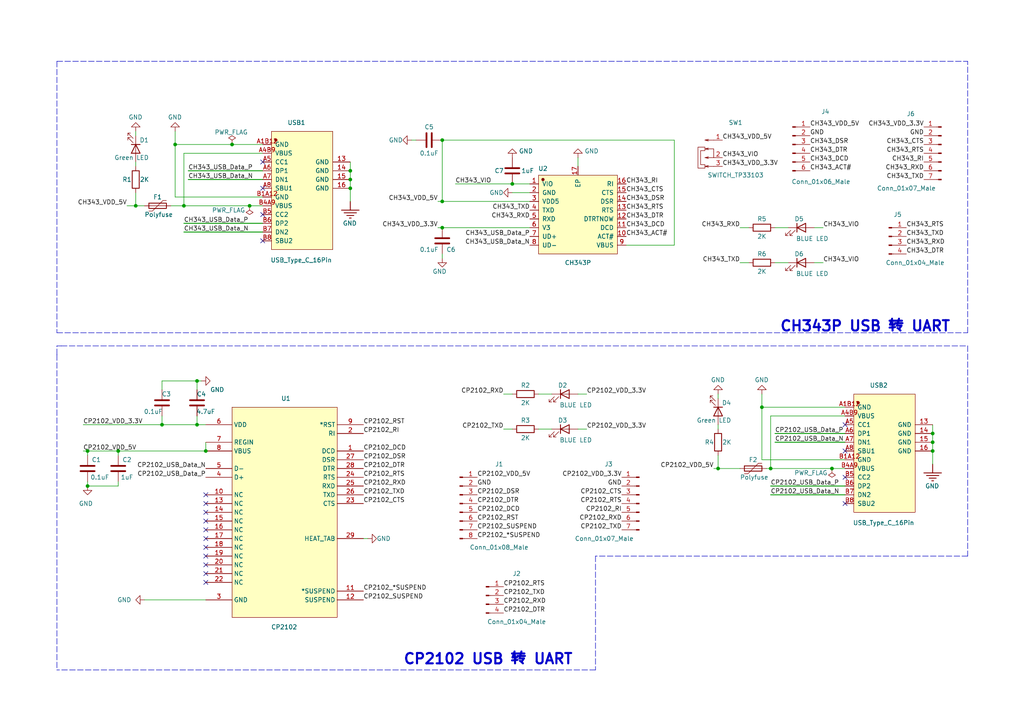
<source format=kicad_sch>
(kicad_sch (version 20211123) (generator eeschema)

  (uuid bb5f44ea-bd9e-480c-ba92-411494da6151)

  (paper "A4")

  (title_block
    (title "UINIO-USB-UART")
    (date "2022-10-11")
    (rev "Hank")
    (company "电子技术博客 UinIO.com")
  )

  (lib_symbols
    (symbol "Connector:Conn_01x04_Male" (pin_names (offset 1.016) hide) (in_bom yes) (on_board yes)
      (property "Reference" "J" (id 0) (at 0 5.08 0)
        (effects (font (size 1.27 1.27)))
      )
      (property "Value" "Conn_01x04_Male" (id 1) (at 0 -7.62 0)
        (effects (font (size 1.27 1.27)))
      )
      (property "Footprint" "" (id 2) (at 0 0 0)
        (effects (font (size 1.27 1.27)) hide)
      )
      (property "Datasheet" "~" (id 3) (at 0 0 0)
        (effects (font (size 1.27 1.27)) hide)
      )
      (property "ki_keywords" "connector" (id 4) (at 0 0 0)
        (effects (font (size 1.27 1.27)) hide)
      )
      (property "ki_description" "Generic connector, single row, 01x04, script generated (kicad-library-utils/schlib/autogen/connector/)" (id 5) (at 0 0 0)
        (effects (font (size 1.27 1.27)) hide)
      )
      (property "ki_fp_filters" "Connector*:*_1x??_*" (id 6) (at 0 0 0)
        (effects (font (size 1.27 1.27)) hide)
      )
      (symbol "Conn_01x04_Male_1_1"
        (polyline
          (pts
            (xy 1.27 -5.08)
            (xy 0.8636 -5.08)
          )
          (stroke (width 0.1524) (type default) (color 0 0 0 0))
          (fill (type none))
        )
        (polyline
          (pts
            (xy 1.27 -2.54)
            (xy 0.8636 -2.54)
          )
          (stroke (width 0.1524) (type default) (color 0 0 0 0))
          (fill (type none))
        )
        (polyline
          (pts
            (xy 1.27 0)
            (xy 0.8636 0)
          )
          (stroke (width 0.1524) (type default) (color 0 0 0 0))
          (fill (type none))
        )
        (polyline
          (pts
            (xy 1.27 2.54)
            (xy 0.8636 2.54)
          )
          (stroke (width 0.1524) (type default) (color 0 0 0 0))
          (fill (type none))
        )
        (rectangle (start 0.8636 -4.953) (end 0 -5.207)
          (stroke (width 0.1524) (type default) (color 0 0 0 0))
          (fill (type outline))
        )
        (rectangle (start 0.8636 -2.413) (end 0 -2.667)
          (stroke (width 0.1524) (type default) (color 0 0 0 0))
          (fill (type outline))
        )
        (rectangle (start 0.8636 0.127) (end 0 -0.127)
          (stroke (width 0.1524) (type default) (color 0 0 0 0))
          (fill (type outline))
        )
        (rectangle (start 0.8636 2.667) (end 0 2.413)
          (stroke (width 0.1524) (type default) (color 0 0 0 0))
          (fill (type outline))
        )
        (pin passive line (at 5.08 2.54 180) (length 3.81)
          (name "Pin_1" (effects (font (size 1.27 1.27))))
          (number "1" (effects (font (size 1.27 1.27))))
        )
        (pin passive line (at 5.08 0 180) (length 3.81)
          (name "Pin_2" (effects (font (size 1.27 1.27))))
          (number "2" (effects (font (size 1.27 1.27))))
        )
        (pin passive line (at 5.08 -2.54 180) (length 3.81)
          (name "Pin_3" (effects (font (size 1.27 1.27))))
          (number "3" (effects (font (size 1.27 1.27))))
        )
        (pin passive line (at 5.08 -5.08 180) (length 3.81)
          (name "Pin_4" (effects (font (size 1.27 1.27))))
          (number "4" (effects (font (size 1.27 1.27))))
        )
      )
    )
    (symbol "Connector:Conn_01x06_Male" (pin_names (offset 1.016) hide) (in_bom yes) (on_board yes)
      (property "Reference" "J" (id 0) (at 0 7.62 0)
        (effects (font (size 1.27 1.27)))
      )
      (property "Value" "Conn_01x06_Male" (id 1) (at 0 -10.16 0)
        (effects (font (size 1.27 1.27)))
      )
      (property "Footprint" "" (id 2) (at 0 0 0)
        (effects (font (size 1.27 1.27)) hide)
      )
      (property "Datasheet" "~" (id 3) (at 0 0 0)
        (effects (font (size 1.27 1.27)) hide)
      )
      (property "ki_keywords" "connector" (id 4) (at 0 0 0)
        (effects (font (size 1.27 1.27)) hide)
      )
      (property "ki_description" "Generic connector, single row, 01x06, script generated (kicad-library-utils/schlib/autogen/connector/)" (id 5) (at 0 0 0)
        (effects (font (size 1.27 1.27)) hide)
      )
      (property "ki_fp_filters" "Connector*:*_1x??_*" (id 6) (at 0 0 0)
        (effects (font (size 1.27 1.27)) hide)
      )
      (symbol "Conn_01x06_Male_1_1"
        (polyline
          (pts
            (xy 1.27 -7.62)
            (xy 0.8636 -7.62)
          )
          (stroke (width 0.1524) (type default) (color 0 0 0 0))
          (fill (type none))
        )
        (polyline
          (pts
            (xy 1.27 -5.08)
            (xy 0.8636 -5.08)
          )
          (stroke (width 0.1524) (type default) (color 0 0 0 0))
          (fill (type none))
        )
        (polyline
          (pts
            (xy 1.27 -2.54)
            (xy 0.8636 -2.54)
          )
          (stroke (width 0.1524) (type default) (color 0 0 0 0))
          (fill (type none))
        )
        (polyline
          (pts
            (xy 1.27 0)
            (xy 0.8636 0)
          )
          (stroke (width 0.1524) (type default) (color 0 0 0 0))
          (fill (type none))
        )
        (polyline
          (pts
            (xy 1.27 2.54)
            (xy 0.8636 2.54)
          )
          (stroke (width 0.1524) (type default) (color 0 0 0 0))
          (fill (type none))
        )
        (polyline
          (pts
            (xy 1.27 5.08)
            (xy 0.8636 5.08)
          )
          (stroke (width 0.1524) (type default) (color 0 0 0 0))
          (fill (type none))
        )
        (rectangle (start 0.8636 -7.493) (end 0 -7.747)
          (stroke (width 0.1524) (type default) (color 0 0 0 0))
          (fill (type outline))
        )
        (rectangle (start 0.8636 -4.953) (end 0 -5.207)
          (stroke (width 0.1524) (type default) (color 0 0 0 0))
          (fill (type outline))
        )
        (rectangle (start 0.8636 -2.413) (end 0 -2.667)
          (stroke (width 0.1524) (type default) (color 0 0 0 0))
          (fill (type outline))
        )
        (rectangle (start 0.8636 0.127) (end 0 -0.127)
          (stroke (width 0.1524) (type default) (color 0 0 0 0))
          (fill (type outline))
        )
        (rectangle (start 0.8636 2.667) (end 0 2.413)
          (stroke (width 0.1524) (type default) (color 0 0 0 0))
          (fill (type outline))
        )
        (rectangle (start 0.8636 5.207) (end 0 4.953)
          (stroke (width 0.1524) (type default) (color 0 0 0 0))
          (fill (type outline))
        )
        (pin passive line (at 5.08 5.08 180) (length 3.81)
          (name "Pin_1" (effects (font (size 1.27 1.27))))
          (number "1" (effects (font (size 1.27 1.27))))
        )
        (pin passive line (at 5.08 2.54 180) (length 3.81)
          (name "Pin_2" (effects (font (size 1.27 1.27))))
          (number "2" (effects (font (size 1.27 1.27))))
        )
        (pin passive line (at 5.08 0 180) (length 3.81)
          (name "Pin_3" (effects (font (size 1.27 1.27))))
          (number "3" (effects (font (size 1.27 1.27))))
        )
        (pin passive line (at 5.08 -2.54 180) (length 3.81)
          (name "Pin_4" (effects (font (size 1.27 1.27))))
          (number "4" (effects (font (size 1.27 1.27))))
        )
        (pin passive line (at 5.08 -5.08 180) (length 3.81)
          (name "Pin_5" (effects (font (size 1.27 1.27))))
          (number "5" (effects (font (size 1.27 1.27))))
        )
        (pin passive line (at 5.08 -7.62 180) (length 3.81)
          (name "Pin_6" (effects (font (size 1.27 1.27))))
          (number "6" (effects (font (size 1.27 1.27))))
        )
      )
    )
    (symbol "Connector:Conn_01x07_Male" (pin_names (offset 1.016) hide) (in_bom yes) (on_board yes)
      (property "Reference" "J" (id 0) (at 0 10.16 0)
        (effects (font (size 1.27 1.27)))
      )
      (property "Value" "Conn_01x07_Male" (id 1) (at 0 -10.16 0)
        (effects (font (size 1.27 1.27)))
      )
      (property "Footprint" "" (id 2) (at 0 0 0)
        (effects (font (size 1.27 1.27)) hide)
      )
      (property "Datasheet" "~" (id 3) (at 0 0 0)
        (effects (font (size 1.27 1.27)) hide)
      )
      (property "ki_keywords" "connector" (id 4) (at 0 0 0)
        (effects (font (size 1.27 1.27)) hide)
      )
      (property "ki_description" "Generic connector, single row, 01x07, script generated (kicad-library-utils/schlib/autogen/connector/)" (id 5) (at 0 0 0)
        (effects (font (size 1.27 1.27)) hide)
      )
      (property "ki_fp_filters" "Connector*:*_1x??_*" (id 6) (at 0 0 0)
        (effects (font (size 1.27 1.27)) hide)
      )
      (symbol "Conn_01x07_Male_1_1"
        (polyline
          (pts
            (xy 1.27 -7.62)
            (xy 0.8636 -7.62)
          )
          (stroke (width 0.1524) (type default) (color 0 0 0 0))
          (fill (type none))
        )
        (polyline
          (pts
            (xy 1.27 -5.08)
            (xy 0.8636 -5.08)
          )
          (stroke (width 0.1524) (type default) (color 0 0 0 0))
          (fill (type none))
        )
        (polyline
          (pts
            (xy 1.27 -2.54)
            (xy 0.8636 -2.54)
          )
          (stroke (width 0.1524) (type default) (color 0 0 0 0))
          (fill (type none))
        )
        (polyline
          (pts
            (xy 1.27 0)
            (xy 0.8636 0)
          )
          (stroke (width 0.1524) (type default) (color 0 0 0 0))
          (fill (type none))
        )
        (polyline
          (pts
            (xy 1.27 2.54)
            (xy 0.8636 2.54)
          )
          (stroke (width 0.1524) (type default) (color 0 0 0 0))
          (fill (type none))
        )
        (polyline
          (pts
            (xy 1.27 5.08)
            (xy 0.8636 5.08)
          )
          (stroke (width 0.1524) (type default) (color 0 0 0 0))
          (fill (type none))
        )
        (polyline
          (pts
            (xy 1.27 7.62)
            (xy 0.8636 7.62)
          )
          (stroke (width 0.1524) (type default) (color 0 0 0 0))
          (fill (type none))
        )
        (rectangle (start 0.8636 -7.493) (end 0 -7.747)
          (stroke (width 0.1524) (type default) (color 0 0 0 0))
          (fill (type outline))
        )
        (rectangle (start 0.8636 -4.953) (end 0 -5.207)
          (stroke (width 0.1524) (type default) (color 0 0 0 0))
          (fill (type outline))
        )
        (rectangle (start 0.8636 -2.413) (end 0 -2.667)
          (stroke (width 0.1524) (type default) (color 0 0 0 0))
          (fill (type outline))
        )
        (rectangle (start 0.8636 0.127) (end 0 -0.127)
          (stroke (width 0.1524) (type default) (color 0 0 0 0))
          (fill (type outline))
        )
        (rectangle (start 0.8636 2.667) (end 0 2.413)
          (stroke (width 0.1524) (type default) (color 0 0 0 0))
          (fill (type outline))
        )
        (rectangle (start 0.8636 5.207) (end 0 4.953)
          (stroke (width 0.1524) (type default) (color 0 0 0 0))
          (fill (type outline))
        )
        (rectangle (start 0.8636 7.747) (end 0 7.493)
          (stroke (width 0.1524) (type default) (color 0 0 0 0))
          (fill (type outline))
        )
        (pin passive line (at 5.08 7.62 180) (length 3.81)
          (name "Pin_1" (effects (font (size 1.27 1.27))))
          (number "1" (effects (font (size 1.27 1.27))))
        )
        (pin passive line (at 5.08 5.08 180) (length 3.81)
          (name "Pin_2" (effects (font (size 1.27 1.27))))
          (number "2" (effects (font (size 1.27 1.27))))
        )
        (pin passive line (at 5.08 2.54 180) (length 3.81)
          (name "Pin_3" (effects (font (size 1.27 1.27))))
          (number "3" (effects (font (size 1.27 1.27))))
        )
        (pin passive line (at 5.08 0 180) (length 3.81)
          (name "Pin_4" (effects (font (size 1.27 1.27))))
          (number "4" (effects (font (size 1.27 1.27))))
        )
        (pin passive line (at 5.08 -2.54 180) (length 3.81)
          (name "Pin_5" (effects (font (size 1.27 1.27))))
          (number "5" (effects (font (size 1.27 1.27))))
        )
        (pin passive line (at 5.08 -5.08 180) (length 3.81)
          (name "Pin_6" (effects (font (size 1.27 1.27))))
          (number "6" (effects (font (size 1.27 1.27))))
        )
        (pin passive line (at 5.08 -7.62 180) (length 3.81)
          (name "Pin_7" (effects (font (size 1.27 1.27))))
          (number "7" (effects (font (size 1.27 1.27))))
        )
      )
    )
    (symbol "Connector:Conn_01x08_Male" (pin_names (offset 1.016) hide) (in_bom yes) (on_board yes)
      (property "Reference" "J" (id 0) (at 0 10.16 0)
        (effects (font (size 1.27 1.27)))
      )
      (property "Value" "Conn_01x08_Male" (id 1) (at 0 -12.7 0)
        (effects (font (size 1.27 1.27)))
      )
      (property "Footprint" "" (id 2) (at 0 0 0)
        (effects (font (size 1.27 1.27)) hide)
      )
      (property "Datasheet" "~" (id 3) (at 0 0 0)
        (effects (font (size 1.27 1.27)) hide)
      )
      (property "ki_keywords" "connector" (id 4) (at 0 0 0)
        (effects (font (size 1.27 1.27)) hide)
      )
      (property "ki_description" "Generic connector, single row, 01x08, script generated (kicad-library-utils/schlib/autogen/connector/)" (id 5) (at 0 0 0)
        (effects (font (size 1.27 1.27)) hide)
      )
      (property "ki_fp_filters" "Connector*:*_1x??_*" (id 6) (at 0 0 0)
        (effects (font (size 1.27 1.27)) hide)
      )
      (symbol "Conn_01x08_Male_1_1"
        (polyline
          (pts
            (xy 1.27 -10.16)
            (xy 0.8636 -10.16)
          )
          (stroke (width 0.1524) (type default) (color 0 0 0 0))
          (fill (type none))
        )
        (polyline
          (pts
            (xy 1.27 -7.62)
            (xy 0.8636 -7.62)
          )
          (stroke (width 0.1524) (type default) (color 0 0 0 0))
          (fill (type none))
        )
        (polyline
          (pts
            (xy 1.27 -5.08)
            (xy 0.8636 -5.08)
          )
          (stroke (width 0.1524) (type default) (color 0 0 0 0))
          (fill (type none))
        )
        (polyline
          (pts
            (xy 1.27 -2.54)
            (xy 0.8636 -2.54)
          )
          (stroke (width 0.1524) (type default) (color 0 0 0 0))
          (fill (type none))
        )
        (polyline
          (pts
            (xy 1.27 0)
            (xy 0.8636 0)
          )
          (stroke (width 0.1524) (type default) (color 0 0 0 0))
          (fill (type none))
        )
        (polyline
          (pts
            (xy 1.27 2.54)
            (xy 0.8636 2.54)
          )
          (stroke (width 0.1524) (type default) (color 0 0 0 0))
          (fill (type none))
        )
        (polyline
          (pts
            (xy 1.27 5.08)
            (xy 0.8636 5.08)
          )
          (stroke (width 0.1524) (type default) (color 0 0 0 0))
          (fill (type none))
        )
        (polyline
          (pts
            (xy 1.27 7.62)
            (xy 0.8636 7.62)
          )
          (stroke (width 0.1524) (type default) (color 0 0 0 0))
          (fill (type none))
        )
        (rectangle (start 0.8636 -10.033) (end 0 -10.287)
          (stroke (width 0.1524) (type default) (color 0 0 0 0))
          (fill (type outline))
        )
        (rectangle (start 0.8636 -7.493) (end 0 -7.747)
          (stroke (width 0.1524) (type default) (color 0 0 0 0))
          (fill (type outline))
        )
        (rectangle (start 0.8636 -4.953) (end 0 -5.207)
          (stroke (width 0.1524) (type default) (color 0 0 0 0))
          (fill (type outline))
        )
        (rectangle (start 0.8636 -2.413) (end 0 -2.667)
          (stroke (width 0.1524) (type default) (color 0 0 0 0))
          (fill (type outline))
        )
        (rectangle (start 0.8636 0.127) (end 0 -0.127)
          (stroke (width 0.1524) (type default) (color 0 0 0 0))
          (fill (type outline))
        )
        (rectangle (start 0.8636 2.667) (end 0 2.413)
          (stroke (width 0.1524) (type default) (color 0 0 0 0))
          (fill (type outline))
        )
        (rectangle (start 0.8636 5.207) (end 0 4.953)
          (stroke (width 0.1524) (type default) (color 0 0 0 0))
          (fill (type outline))
        )
        (rectangle (start 0.8636 7.747) (end 0 7.493)
          (stroke (width 0.1524) (type default) (color 0 0 0 0))
          (fill (type outline))
        )
        (pin passive line (at 5.08 7.62 180) (length 3.81)
          (name "Pin_1" (effects (font (size 1.27 1.27))))
          (number "1" (effects (font (size 1.27 1.27))))
        )
        (pin passive line (at 5.08 5.08 180) (length 3.81)
          (name "Pin_2" (effects (font (size 1.27 1.27))))
          (number "2" (effects (font (size 1.27 1.27))))
        )
        (pin passive line (at 5.08 2.54 180) (length 3.81)
          (name "Pin_3" (effects (font (size 1.27 1.27))))
          (number "3" (effects (font (size 1.27 1.27))))
        )
        (pin passive line (at 5.08 0 180) (length 3.81)
          (name "Pin_4" (effects (font (size 1.27 1.27))))
          (number "4" (effects (font (size 1.27 1.27))))
        )
        (pin passive line (at 5.08 -2.54 180) (length 3.81)
          (name "Pin_5" (effects (font (size 1.27 1.27))))
          (number "5" (effects (font (size 1.27 1.27))))
        )
        (pin passive line (at 5.08 -5.08 180) (length 3.81)
          (name "Pin_6" (effects (font (size 1.27 1.27))))
          (number "6" (effects (font (size 1.27 1.27))))
        )
        (pin passive line (at 5.08 -7.62 180) (length 3.81)
          (name "Pin_7" (effects (font (size 1.27 1.27))))
          (number "7" (effects (font (size 1.27 1.27))))
        )
        (pin passive line (at 5.08 -10.16 180) (length 3.81)
          (name "Pin_8" (effects (font (size 1.27 1.27))))
          (number "8" (effects (font (size 1.27 1.27))))
        )
      )
    )
    (symbol "Device:C" (pin_numbers hide) (pin_names (offset 0.254)) (in_bom yes) (on_board yes)
      (property "Reference" "C" (id 0) (at 0.635 2.54 0)
        (effects (font (size 1.27 1.27)) (justify left))
      )
      (property "Value" "C" (id 1) (at 0.635 -2.54 0)
        (effects (font (size 1.27 1.27)) (justify left))
      )
      (property "Footprint" "" (id 2) (at 0.9652 -3.81 0)
        (effects (font (size 1.27 1.27)) hide)
      )
      (property "Datasheet" "~" (id 3) (at 0 0 0)
        (effects (font (size 1.27 1.27)) hide)
      )
      (property "ki_keywords" "cap capacitor" (id 4) (at 0 0 0)
        (effects (font (size 1.27 1.27)) hide)
      )
      (property "ki_description" "Unpolarized capacitor" (id 5) (at 0 0 0)
        (effects (font (size 1.27 1.27)) hide)
      )
      (property "ki_fp_filters" "C_*" (id 6) (at 0 0 0)
        (effects (font (size 1.27 1.27)) hide)
      )
      (symbol "C_0_1"
        (polyline
          (pts
            (xy -2.032 -0.762)
            (xy 2.032 -0.762)
          )
          (stroke (width 0.508) (type default) (color 0 0 0 0))
          (fill (type none))
        )
        (polyline
          (pts
            (xy -2.032 0.762)
            (xy 2.032 0.762)
          )
          (stroke (width 0.508) (type default) (color 0 0 0 0))
          (fill (type none))
        )
      )
      (symbol "C_1_1"
        (pin passive line (at 0 3.81 270) (length 2.794)
          (name "~" (effects (font (size 1.27 1.27))))
          (number "1" (effects (font (size 1.27 1.27))))
        )
        (pin passive line (at 0 -3.81 90) (length 2.794)
          (name "~" (effects (font (size 1.27 1.27))))
          (number "2" (effects (font (size 1.27 1.27))))
        )
      )
    )
    (symbol "Device:LED" (pin_numbers hide) (pin_names (offset 1.016) hide) (in_bom yes) (on_board yes)
      (property "Reference" "D" (id 0) (at 0 2.54 0)
        (effects (font (size 1.27 1.27)))
      )
      (property "Value" "LED" (id 1) (at 0 -2.54 0)
        (effects (font (size 1.27 1.27)))
      )
      (property "Footprint" "" (id 2) (at 0 0 0)
        (effects (font (size 1.27 1.27)) hide)
      )
      (property "Datasheet" "~" (id 3) (at 0 0 0)
        (effects (font (size 1.27 1.27)) hide)
      )
      (property "ki_keywords" "LED diode" (id 4) (at 0 0 0)
        (effects (font (size 1.27 1.27)) hide)
      )
      (property "ki_description" "Light emitting diode" (id 5) (at 0 0 0)
        (effects (font (size 1.27 1.27)) hide)
      )
      (property "ki_fp_filters" "LED* LED_SMD:* LED_THT:*" (id 6) (at 0 0 0)
        (effects (font (size 1.27 1.27)) hide)
      )
      (symbol "LED_0_1"
        (polyline
          (pts
            (xy -1.27 -1.27)
            (xy -1.27 1.27)
          )
          (stroke (width 0.254) (type default) (color 0 0 0 0))
          (fill (type none))
        )
        (polyline
          (pts
            (xy -1.27 0)
            (xy 1.27 0)
          )
          (stroke (width 0) (type default) (color 0 0 0 0))
          (fill (type none))
        )
        (polyline
          (pts
            (xy 1.27 -1.27)
            (xy 1.27 1.27)
            (xy -1.27 0)
            (xy 1.27 -1.27)
          )
          (stroke (width 0.254) (type default) (color 0 0 0 0))
          (fill (type none))
        )
        (polyline
          (pts
            (xy -3.048 -0.762)
            (xy -4.572 -2.286)
            (xy -3.81 -2.286)
            (xy -4.572 -2.286)
            (xy -4.572 -1.524)
          )
          (stroke (width 0) (type default) (color 0 0 0 0))
          (fill (type none))
        )
        (polyline
          (pts
            (xy -1.778 -0.762)
            (xy -3.302 -2.286)
            (xy -2.54 -2.286)
            (xy -3.302 -2.286)
            (xy -3.302 -1.524)
          )
          (stroke (width 0) (type default) (color 0 0 0 0))
          (fill (type none))
        )
      )
      (symbol "LED_1_1"
        (pin passive line (at -3.81 0 0) (length 2.54)
          (name "K" (effects (font (size 1.27 1.27))))
          (number "1" (effects (font (size 1.27 1.27))))
        )
        (pin passive line (at 3.81 0 180) (length 2.54)
          (name "A" (effects (font (size 1.27 1.27))))
          (number "2" (effects (font (size 1.27 1.27))))
        )
      )
    )
    (symbol "Device:Polyfuse" (pin_numbers hide) (pin_names (offset 0)) (in_bom yes) (on_board yes)
      (property "Reference" "F" (id 0) (at -2.54 0 90)
        (effects (font (size 1.27 1.27)))
      )
      (property "Value" "Polyfuse" (id 1) (at 2.54 0 90)
        (effects (font (size 1.27 1.27)))
      )
      (property "Footprint" "" (id 2) (at 1.27 -5.08 0)
        (effects (font (size 1.27 1.27)) (justify left) hide)
      )
      (property "Datasheet" "~" (id 3) (at 0 0 0)
        (effects (font (size 1.27 1.27)) hide)
      )
      (property "ki_keywords" "resettable fuse PTC PPTC polyfuse polyswitch" (id 4) (at 0 0 0)
        (effects (font (size 1.27 1.27)) hide)
      )
      (property "ki_description" "Resettable fuse, polymeric positive temperature coefficient" (id 5) (at 0 0 0)
        (effects (font (size 1.27 1.27)) hide)
      )
      (property "ki_fp_filters" "*polyfuse* *PTC*" (id 6) (at 0 0 0)
        (effects (font (size 1.27 1.27)) hide)
      )
      (symbol "Polyfuse_0_1"
        (rectangle (start -0.762 2.54) (end 0.762 -2.54)
          (stroke (width 0.254) (type default) (color 0 0 0 0))
          (fill (type none))
        )
        (polyline
          (pts
            (xy 0 2.54)
            (xy 0 -2.54)
          )
          (stroke (width 0) (type default) (color 0 0 0 0))
          (fill (type none))
        )
        (polyline
          (pts
            (xy -1.524 2.54)
            (xy -1.524 1.524)
            (xy 1.524 -1.524)
            (xy 1.524 -2.54)
          )
          (stroke (width 0) (type default) (color 0 0 0 0))
          (fill (type none))
        )
      )
      (symbol "Polyfuse_1_1"
        (pin passive line (at 0 3.81 270) (length 1.27)
          (name "~" (effects (font (size 1.27 1.27))))
          (number "1" (effects (font (size 1.27 1.27))))
        )
        (pin passive line (at 0 -3.81 90) (length 1.27)
          (name "~" (effects (font (size 1.27 1.27))))
          (number "2" (effects (font (size 1.27 1.27))))
        )
      )
    )
    (symbol "Device:R" (pin_numbers hide) (pin_names (offset 0)) (in_bom yes) (on_board yes)
      (property "Reference" "R" (id 0) (at 2.032 0 90)
        (effects (font (size 1.27 1.27)))
      )
      (property "Value" "R" (id 1) (at 0 0 90)
        (effects (font (size 1.27 1.27)))
      )
      (property "Footprint" "" (id 2) (at -1.778 0 90)
        (effects (font (size 1.27 1.27)) hide)
      )
      (property "Datasheet" "~" (id 3) (at 0 0 0)
        (effects (font (size 1.27 1.27)) hide)
      )
      (property "ki_keywords" "R res resistor" (id 4) (at 0 0 0)
        (effects (font (size 1.27 1.27)) hide)
      )
      (property "ki_description" "Resistor" (id 5) (at 0 0 0)
        (effects (font (size 1.27 1.27)) hide)
      )
      (property "ki_fp_filters" "R_*" (id 6) (at 0 0 0)
        (effects (font (size 1.27 1.27)) hide)
      )
      (symbol "R_0_1"
        (rectangle (start -1.016 -2.54) (end 1.016 2.54)
          (stroke (width 0.254) (type default) (color 0 0 0 0))
          (fill (type none))
        )
      )
      (symbol "R_1_1"
        (pin passive line (at 0 3.81 270) (length 1.27)
          (name "~" (effects (font (size 1.27 1.27))))
          (number "1" (effects (font (size 1.27 1.27))))
        )
        (pin passive line (at 0 -3.81 90) (length 1.27)
          (name "~" (effects (font (size 1.27 1.27))))
          (number "2" (effects (font (size 1.27 1.27))))
        )
      )
    )
    (symbol "Uinio:CH343P" (pin_names (offset 1.016)) (in_bom yes) (on_board yes)
      (property "Reference" "U" (id 0) (at 0 16.9926 0)
        (effects (font (size 1.27 1.27)))
      )
      (property "Value" "CH343P" (id 1) (at 0 19.05 0)
        (effects (font (size 1.27 1.27)))
      )
      (property "Footprint" "kicad_lceda:TQFN-16_L3.0-W3.0-P0.50-BL-EP1.7" (id 2) (at 2.54 -13.97 0)
        (effects (font (size 1.27 1.27)) hide)
      )
      (property "Datasheet" "" (id 3) (at 0 6.8072 0)
        (effects (font (size 1.27 1.27)) hide)
      )
      (property "SuppliersPartNumber" "C2846043" (id 4) (at 0 1.7272 0)
        (effects (font (size 1.27 1.27)) hide)
      )
      (property "uuid" "std:7d19d6f006684f60afb0c218c16ed1d9" (id 5) (at 0 1.7272 0)
        (effects (font (size 1.27 1.27)) hide)
      )
      (symbol "CH343P_1_1"
        (rectangle (start -11.43 11.43) (end 11.43 -11.43)
          (stroke (width 0.1524) (type default) (color 0 0 0 0))
          (fill (type background))
        )
        (circle (center -10.16 10.16) (radius 0.381)
          (stroke (width 0.1524) (type default) (color 0 0 0 0))
          (fill (type outline))
        )
        (pin input line (at -13.97 8.89 0) (length 2.54)
          (name "VIO" (effects (font (size 1.27 1.27))))
          (number "1" (effects (font (size 1.27 1.27))))
        )
        (pin input line (at 13.97 -6.35 180) (length 2.54)
          (name "ACT#" (effects (font (size 1.27 1.27))))
          (number "10" (effects (font (size 1.27 1.27))))
        )
        (pin input line (at 13.97 -3.81 180) (length 2.54)
          (name "DCD" (effects (font (size 1.27 1.27))))
          (number "11" (effects (font (size 1.27 1.27))))
        )
        (pin input line (at 13.97 -1.27 180) (length 2.54)
          (name "DTRTNOW" (effects (font (size 1.27 1.27))))
          (number "12" (effects (font (size 1.27 1.27))))
        )
        (pin input line (at 13.97 1.27 180) (length 2.54)
          (name "RTS" (effects (font (size 1.27 1.27))))
          (number "13" (effects (font (size 1.27 1.27))))
        )
        (pin input line (at 13.97 3.81 180) (length 2.54)
          (name "DSR" (effects (font (size 1.27 1.27))))
          (number "14" (effects (font (size 1.27 1.27))))
        )
        (pin input line (at 13.97 6.35 180) (length 2.54)
          (name "CTS" (effects (font (size 1.27 1.27))))
          (number "15" (effects (font (size 1.27 1.27))))
        )
        (pin input line (at 13.97 8.89 180) (length 2.54)
          (name "RI" (effects (font (size 1.27 1.27))))
          (number "16" (effects (font (size 1.27 1.27))))
        )
        (pin input line (at 0 13.97 270) (length 2.54)
          (name "EP" (effects (font (size 1.27 1.27))))
          (number "17" (effects (font (size 1.27 1.27))))
        )
        (pin input line (at -13.97 6.35 0) (length 2.54)
          (name "GND" (effects (font (size 1.27 1.27))))
          (number "2" (effects (font (size 1.27 1.27))))
        )
        (pin input line (at -13.97 3.81 0) (length 2.54)
          (name "VDD5" (effects (font (size 1.27 1.27))))
          (number "3" (effects (font (size 1.27 1.27))))
        )
        (pin input line (at -13.97 1.27 0) (length 2.54)
          (name "TXD" (effects (font (size 1.27 1.27))))
          (number "4" (effects (font (size 1.27 1.27))))
        )
        (pin input line (at -13.97 -1.27 0) (length 2.54)
          (name "RXD" (effects (font (size 1.27 1.27))))
          (number "5" (effects (font (size 1.27 1.27))))
        )
        (pin input line (at -13.97 -3.81 0) (length 2.54)
          (name "V3" (effects (font (size 1.27 1.27))))
          (number "6" (effects (font (size 1.27 1.27))))
        )
        (pin input line (at -13.97 -6.35 0) (length 2.54)
          (name "UD+" (effects (font (size 1.27 1.27))))
          (number "7" (effects (font (size 1.27 1.27))))
        )
        (pin input line (at -13.97 -8.89 0) (length 2.54)
          (name "UD-" (effects (font (size 1.27 1.27))))
          (number "8" (effects (font (size 1.27 1.27))))
        )
        (pin input line (at 13.97 -8.89 180) (length 2.54)
          (name "VBUS" (effects (font (size 1.27 1.27))))
          (number "9" (effects (font (size 1.27 1.27))))
        )
      )
    )
    (symbol "Uinio:CP2102" (in_bom yes) (on_board yes)
      (property "Reference" "U2" (id 0) (at 7.62 0 0)
        (effects (font (size 1.27 1.27)) (justify left bottom))
      )
      (property "Value" "CP2102" (id 1) (at 7.62 -63.5 0)
        (effects (font (size 1.27 1.27)) (justify left bottom))
      )
      (property "Footprint" "Uinio:QFN-28_L5.0-W5.0-P0.50-TL-EP3.3" (id 2) (at 0 0 0)
        (effects (font (size 1.27 1.27)) hide)
      )
      (property "Datasheet" "" (id 3) (at 0 0 0)
        (effects (font (size 1.27 1.27)) hide)
      )
      (property "MFG #1" "SILICON LABS" (id 4) (at 0 0 0)
        (effects (font (size 1.27 1.27)) (justify left bottom) hide)
      )
      (property "PART DESC" "SINGLE-CHIP USB TO UART BRIDGE, QFN28, RoHS." (id 5) (at 0 0 0)
        (effects (font (size 1.27 1.27)) (justify left bottom) hide)
      )
      (property "PART NUMBER" "CP2102" (id 6) (at 0 0 0)
        (effects (font (size 1.27 1.27)) (justify left bottom) hide)
      )
      (property "ALTIUM_VALUE" "Value" (id 7) (at 35.56 7.62 0)
        (effects (font (size 1.27 1.27)) (justify left bottom) hide)
      )
      (property "REFDES" "RefDes" (id 8) (at 35.56 10.16 0)
        (effects (font (size 1.27 1.27)) (justify left bottom) hide)
      )
      (property "TYPE" "DEV" (id 9) (at 35.56 7.62 0)
        (effects (font (size 1.27 1.27)) (justify left bottom) hide)
      )
      (property "ki_description" "USB转TTL" (id 10) (at 0 0 0)
        (effects (font (size 1.27 1.27)) hide)
      )
      (property "ki_fp_filters" "QFN-28" (id 11) (at 0 0 0)
        (effects (font (size 1.27 1.27)) hide)
      )
      (symbol "CP2102_1_0"
        (rectangle (start 38.1 0) (end 7.62 -60.96)
          (stroke (width 0) (type default) (color 0 0 0 0))
          (fill (type background))
        )
        (pin passive line (at 45.72 -12.7 180) (length 7.62)
          (name "DCD" (effects (font (size 1.27 1.27))))
          (number "1" (effects (font (size 1.27 1.27))))
        )
        (pin passive line (at 0 -25.4 0) (length 7.62)
          (name "NC" (effects (font (size 1.27 1.27))))
          (number "10" (effects (font (size 1.27 1.27))))
        )
        (pin passive line (at 45.72 -53.34 180) (length 7.62)
          (name "*SUSPEND" (effects (font (size 1.27 1.27))))
          (number "11" (effects (font (size 1.27 1.27))))
        )
        (pin passive line (at 45.72 -55.88 180) (length 7.62)
          (name "SUSPEND" (effects (font (size 1.27 1.27))))
          (number "12" (effects (font (size 1.27 1.27))))
        )
        (pin passive line (at 0 -27.94 0) (length 7.62)
          (name "NC" (effects (font (size 1.27 1.27))))
          (number "13" (effects (font (size 1.27 1.27))))
        )
        (pin passive line (at 0 -30.48 0) (length 7.62)
          (name "NC" (effects (font (size 1.27 1.27))))
          (number "14" (effects (font (size 1.27 1.27))))
        )
        (pin passive line (at 0 -33.02 0) (length 7.62)
          (name "NC" (effects (font (size 1.27 1.27))))
          (number "15" (effects (font (size 1.27 1.27))))
        )
        (pin passive line (at 0 -35.56 0) (length 7.62)
          (name "NC" (effects (font (size 1.27 1.27))))
          (number "16" (effects (font (size 1.27 1.27))))
        )
        (pin passive line (at 0 -38.1 0) (length 7.62)
          (name "NC" (effects (font (size 1.27 1.27))))
          (number "17" (effects (font (size 1.27 1.27))))
        )
        (pin passive line (at 0 -40.64 0) (length 7.62)
          (name "NC" (effects (font (size 1.27 1.27))))
          (number "18" (effects (font (size 1.27 1.27))))
        )
        (pin passive line (at 0 -43.18 0) (length 7.62)
          (name "NC" (effects (font (size 1.27 1.27))))
          (number "19" (effects (font (size 1.27 1.27))))
        )
        (pin passive line (at 45.72 -7.62 180) (length 7.62)
          (name "RI" (effects (font (size 1.27 1.27))))
          (number "2" (effects (font (size 1.27 1.27))))
        )
        (pin passive line (at 0 -45.72 0) (length 7.62)
          (name "NC" (effects (font (size 1.27 1.27))))
          (number "20" (effects (font (size 1.27 1.27))))
        )
        (pin passive line (at 0 -48.26 0) (length 7.62)
          (name "NC" (effects (font (size 1.27 1.27))))
          (number "21" (effects (font (size 1.27 1.27))))
        )
        (pin passive line (at 0 -50.8 0) (length 7.62)
          (name "NC" (effects (font (size 1.27 1.27))))
          (number "22" (effects (font (size 1.27 1.27))))
        )
        (pin passive line (at 45.72 -27.94 180) (length 7.62)
          (name "CTS" (effects (font (size 1.27 1.27))))
          (number "23" (effects (font (size 1.27 1.27))))
        )
        (pin passive line (at 45.72 -20.32 180) (length 7.62)
          (name "RTS" (effects (font (size 1.27 1.27))))
          (number "24" (effects (font (size 1.27 1.27))))
        )
        (pin passive line (at 45.72 -22.86 180) (length 7.62)
          (name "RXD" (effects (font (size 1.27 1.27))))
          (number "25" (effects (font (size 1.27 1.27))))
        )
        (pin passive line (at 45.72 -25.4 180) (length 7.62)
          (name "TXD" (effects (font (size 1.27 1.27))))
          (number "26" (effects (font (size 1.27 1.27))))
        )
        (pin passive line (at 45.72 -15.24 180) (length 7.62)
          (name "DSR" (effects (font (size 1.27 1.27))))
          (number "27" (effects (font (size 1.27 1.27))))
        )
        (pin passive line (at 45.72 -17.78 180) (length 7.62)
          (name "DTR" (effects (font (size 1.27 1.27))))
          (number "28" (effects (font (size 1.27 1.27))))
        )
        (pin passive line (at 45.72 -38.1 180) (length 7.62)
          (name "HEAT_TAB" (effects (font (size 1.27 1.27))))
          (number "29" (effects (font (size 1.27 1.27))))
        )
        (pin passive line (at 0 -55.88 0) (length 7.62)
          (name "GND" (effects (font (size 1.27 1.27))))
          (number "3" (effects (font (size 1.27 1.27))))
        )
        (pin passive line (at 0 -20.32 0) (length 7.62)
          (name "D+" (effects (font (size 1.27 1.27))))
          (number "4" (effects (font (size 1.27 1.27))))
        )
        (pin passive line (at 0 -17.78 0) (length 7.62)
          (name "D-" (effects (font (size 1.27 1.27))))
          (number "5" (effects (font (size 1.27 1.27))))
        )
        (pin passive line (at 0 -5.08 0) (length 7.62)
          (name "VDD" (effects (font (size 1.27 1.27))))
          (number "6" (effects (font (size 1.27 1.27))))
        )
        (pin passive line (at 0 -10.16 0) (length 7.62)
          (name "REGIN" (effects (font (size 1.27 1.27))))
          (number "7" (effects (font (size 1.27 1.27))))
        )
        (pin passive line (at 0 -12.7 0) (length 7.62)
          (name "VBUS" (effects (font (size 1.27 1.27))))
          (number "8" (effects (font (size 1.27 1.27))))
        )
        (pin passive line (at 45.72 -5.08 180) (length 7.62)
          (name "*RST" (effects (font (size 1.27 1.27))))
          (number "9" (effects (font (size 1.27 1.27))))
        )
      )
    )
    (symbol "Uinio:GND" (power) (in_bom yes) (on_board yes)
      (property "Reference" "#PWR04" (id 0) (at 0 0 0)
        (effects (font (size 1.27 1.27)) hide)
      )
      (property "Value" "GND" (id 1) (at 0 6.35 90)
        (effects (font (size 1.27 1.27)) (justify right))
      )
      (property "Footprint" "" (id 2) (at 0 0 0)
        (effects (font (size 1.27 1.27)) hide)
      )
      (property "Datasheet" "" (id 3) (at 0 0 0)
        (effects (font (size 1.27 1.27)) hide)
      )
      (property "ki_keywords" "power-flag" (id 4) (at 0 0 0)
        (effects (font (size 1.27 1.27)) hide)
      )
      (property "ki_description" "电源符号创建名为 'GND' 的全局标签" (id 5) (at 0 0 0)
        (effects (font (size 1.27 1.27)) hide)
      )
      (symbol "GND_0_0"
        (polyline
          (pts
            (xy -2.54 -2.54)
            (xy 2.54 -2.54)
          )
          (stroke (width 0.254) (type default) (color 0 0 0 0))
          (fill (type none))
        )
        (polyline
          (pts
            (xy -1.778 -3.302)
            (xy 1.778 -3.302)
          )
          (stroke (width 0.254) (type default) (color 0 0 0 0))
          (fill (type none))
        )
        (polyline
          (pts
            (xy -1.016 -4.064)
            (xy 1.016 -4.064)
          )
          (stroke (width 0.254) (type default) (color 0 0 0 0))
          (fill (type none))
        )
        (polyline
          (pts
            (xy -0.254 -4.826)
            (xy 0.254 -4.826)
          )
          (stroke (width 0.254) (type default) (color 0 0 0 0))
          (fill (type none))
        )
        (polyline
          (pts
            (xy 0 0)
            (xy 0 -2.54)
          )
          (stroke (width 0.254) (type default) (color 0 0 0 0))
          (fill (type none))
        )
        (pin power_in line (at 0 0 0) (length 0) hide
          (name "GND" (effects (font (size 1.27 1.27))))
          (number "" (effects (font (size 1.27 1.27))))
        )
      )
    )
    (symbol "Uinio:SWITCH_TP33103" (pin_names (offset 1.016) hide) (in_bom yes) (on_board yes)
      (property "Reference" "SW" (id 0) (at 0 5.3594 0)
        (effects (font (size 1.27 1.27)))
      )
      (property "Value" "SWITCH_TP33103" (id 1) (at 0 10.4394 0)
        (effects (font (size 1.27 1.27)))
      )
      (property "Footprint" "Uinio:SW-TH_ROCPU_TP-33103" (id 2) (at 0 0.2794 0)
        (effects (font (size 1.27 1.27)) hide)
      )
      (property "Datasheet" "" (id 3) (at 0 -4.8006 0)
        (effects (font (size 1.27 1.27)) hide)
      )
      (property "SuppliersPartNumber" "C2918464" (id 4) (at 0 -9.8806 0)
        (effects (font (size 1.27 1.27)) hide)
      )
      (property "uuid" "std:2589dd7f2c164f81a7611a25be05212b" (id 5) (at 0 -9.8806 0)
        (effects (font (size 1.27 1.27)) hide)
      )
      (symbol "SWITCH_TP33103_1_1"
        (polyline
          (pts
            (xy -5.08 -2.54)
            (xy -5.334 -1.524)
          )
          (stroke (width 0.1524) (type default) (color 0 0 0 0))
          (fill (type none))
        )
        (polyline
          (pts
            (xy -2.54 -2.54)
            (xy -2.286 -1.524)
          )
          (stroke (width 0.1524) (type default) (color 0 0 0 0))
          (fill (type none))
        )
        (polyline
          (pts
            (xy 0 -2.54)
            (xy 0.254 -1.524)
          )
          (stroke (width 0.1524) (type default) (color 0 0 0 0))
          (fill (type none))
        )
        (polyline
          (pts
            (xy 2.54 -2.54)
            (xy 2.794 -1.524)
          )
          (stroke (width 0.1524) (type default) (color 0 0 0 0))
          (fill (type none))
        )
        (polyline
          (pts
            (xy -5.08 0)
            (xy -5.08 -2.54)
            (xy -4.826 -1.524)
          )
          (stroke (width 0.1524) (type default) (color 0 0 0 0))
          (fill (type none))
        )
        (polyline
          (pts
            (xy 0 0)
            (xy 0 -2.54)
            (xy -0.254 -1.524)
          )
          (stroke (width 0.1524) (type default) (color 0 0 0 0))
          (fill (type none))
        )
        (polyline
          (pts
            (xy 2.54 0)
            (xy 2.54 -2.54)
            (xy 2.286 -1.524)
          )
          (stroke (width 0.1524) (type default) (color 0 0 0 0))
          (fill (type none))
        )
        (polyline
          (pts
            (xy 0 0)
            (xy -2.54 0)
            (xy -2.54 -2.54)
            (xy -2.794 -1.524)
          )
          (stroke (width 0.1524) (type default) (color 0 0 0 0))
          (fill (type none))
        )
        (polyline
          (pts
            (xy -3.048 -3.81)
            (xy -3.048 -2.54)
            (xy -2.032 -2.54)
            (xy -2.032 -3.81)
            (xy 2.032 -3.81)
            (xy 2.032 -3.302)
            (xy 2.032 -2.54)
            (xy 3.048 -2.54)
            (xy 3.048 -4.572)
            (xy -3.048 -4.572)
            (xy -3.048 -3.81)
          )
          (stroke (width 0.1524) (type default) (color 0 0 0 0))
          (fill (type none))
        )
        (pin input line (at -5.08 2.54 270) (length 2.54)
          (name "1" (effects (font (size 1.27 1.27))))
          (number "1" (effects (font (size 1.27 1.27))))
        )
        (pin input line (at 0 2.54 270) (length 2.54)
          (name "2" (effects (font (size 1.27 1.27))))
          (number "2" (effects (font (size 1.27 1.27))))
        )
        (pin input line (at 2.54 2.54 270) (length 2.54)
          (name "3" (effects (font (size 1.27 1.27))))
          (number "3" (effects (font (size 1.27 1.27))))
        )
      )
    )
    (symbol "Uinio:USB_Type_C_16Pin" (pin_names (offset 1.016)) (in_bom yes) (on_board yes)
      (property "Reference" "USB" (id 0) (at 0 19.05 0)
        (effects (font (size 1.27 1.27)))
      )
      (property "Value" "USB_Type_C_16Pin" (id 1) (at 0 24.13 0)
        (effects (font (size 1.27 1.27)))
      )
      (property "Footprint" "Uinio:USB-C-SMD_TYPEC-304J-BCP16" (id 2) (at 0 13.97 0)
        (effects (font (size 1.27 1.27)) hide)
      )
      (property "Datasheet" "" (id 3) (at 0 8.89 0)
        (effects (font (size 1.27 1.27)) hide)
      )
      (property "SuppliersPartNumber" "C2835315" (id 4) (at 0 3.81 0)
        (effects (font (size 1.27 1.27)) hide)
      )
      (property "uuid" "std:a4a246a50f944769b2896c50f579360f" (id 5) (at 0 3.81 0)
        (effects (font (size 1.27 1.27)) hide)
      )
      (symbol "USB_Type_C_16Pin_1_1"
        (rectangle (start -10.16 16.51) (end 7.62 -17.78)
          (stroke (width 0.1524) (type default) (color 0 0 0 0))
          (fill (type background))
        )
        (circle (center -8.89 13.97) (radius 0.381)
          (stroke (width 0.1524) (type default) (color 0 0 0 0))
          (fill (type outline))
        )
        (pin input line (at 12.7 7.62 180) (length 5.08)
          (name "GND" (effects (font (size 1.27 1.27))))
          (number "13" (effects (font (size 1.27 1.27))))
        )
        (pin input line (at 12.7 5.08 180) (length 5.08)
          (name "GND" (effects (font (size 1.27 1.27))))
          (number "14" (effects (font (size 1.27 1.27))))
        )
        (pin input line (at 12.7 2.54 180) (length 5.08)
          (name "GND" (effects (font (size 1.27 1.27))))
          (number "15" (effects (font (size 1.27 1.27))))
        )
        (pin input line (at 12.7 0 180) (length 5.08)
          (name "GND" (effects (font (size 1.27 1.27))))
          (number "16" (effects (font (size 1.27 1.27))))
        )
        (pin input line (at -12.7 12.7 0) (length 2.54)
          (name "GND" (effects (font (size 1.27 1.27))))
          (number "A1B12" (effects (font (size 1.27 1.27))))
        )
        (pin input line (at -12.7 10.16 0) (length 2.54)
          (name "VBUS" (effects (font (size 1.27 1.27))))
          (number "A4B9" (effects (font (size 1.27 1.27))))
        )
        (pin input line (at -12.7 7.62 0) (length 2.54)
          (name "CC1" (effects (font (size 1.27 1.27))))
          (number "A5" (effects (font (size 1.27 1.27))))
        )
        (pin input line (at -12.7 5.08 0) (length 2.54)
          (name "DP1" (effects (font (size 1.27 1.27))))
          (number "A6" (effects (font (size 1.27 1.27))))
        )
        (pin input line (at -12.7 2.54 0) (length 2.54)
          (name "DN1" (effects (font (size 1.27 1.27))))
          (number "A7" (effects (font (size 1.27 1.27))))
        )
        (pin input line (at -12.7 0 0) (length 2.54)
          (name "SBU1" (effects (font (size 1.27 1.27))))
          (number "A8" (effects (font (size 1.27 1.27))))
        )
        (pin input line (at -12.7 -2.54 0) (length 2.54)
          (name "GND" (effects (font (size 1.27 1.27))))
          (number "B1A12" (effects (font (size 1.27 1.27))))
        )
        (pin input line (at -12.7 -5.08 0) (length 2.54)
          (name "VBUS" (effects (font (size 1.27 1.27))))
          (number "B4A9" (effects (font (size 1.27 1.27))))
        )
        (pin input line (at -12.7 -7.62 0) (length 2.54)
          (name "CC2" (effects (font (size 1.27 1.27))))
          (number "B5" (effects (font (size 1.27 1.27))))
        )
        (pin input line (at -12.7 -10.16 0) (length 2.54)
          (name "DP2" (effects (font (size 1.27 1.27))))
          (number "B6" (effects (font (size 1.27 1.27))))
        )
        (pin input line (at -12.7 -12.7 0) (length 2.54)
          (name "DN2" (effects (font (size 1.27 1.27))))
          (number "B7" (effects (font (size 1.27 1.27))))
        )
        (pin input line (at -12.7 -15.24 0) (length 2.54)
          (name "SBU2" (effects (font (size 1.27 1.27))))
          (number "B8" (effects (font (size 1.27 1.27))))
        )
      )
    )
    (symbol "power:GND" (power) (pin_names (offset 0)) (in_bom yes) (on_board yes)
      (property "Reference" "#PWR" (id 0) (at 0 -6.35 0)
        (effects (font (size 1.27 1.27)) hide)
      )
      (property "Value" "GND" (id 1) (at 0 -3.81 0)
        (effects (font (size 1.27 1.27)))
      )
      (property "Footprint" "" (id 2) (at 0 0 0)
        (effects (font (size 1.27 1.27)) hide)
      )
      (property "Datasheet" "" (id 3) (at 0 0 0)
        (effects (font (size 1.27 1.27)) hide)
      )
      (property "ki_keywords" "power-flag" (id 4) (at 0 0 0)
        (effects (font (size 1.27 1.27)) hide)
      )
      (property "ki_description" "Power symbol creates a global label with name \"GND\" , ground" (id 5) (at 0 0 0)
        (effects (font (size 1.27 1.27)) hide)
      )
      (symbol "GND_0_1"
        (polyline
          (pts
            (xy 0 0)
            (xy 0 -1.27)
            (xy 1.27 -1.27)
            (xy 0 -2.54)
            (xy -1.27 -1.27)
            (xy 0 -1.27)
          )
          (stroke (width 0) (type default) (color 0 0 0 0))
          (fill (type none))
        )
      )
      (symbol "GND_1_1"
        (pin power_in line (at 0 0 270) (length 0) hide
          (name "GND" (effects (font (size 1.27 1.27))))
          (number "1" (effects (font (size 1.27 1.27))))
        )
      )
    )
    (symbol "power:PWR_FLAG" (power) (pin_numbers hide) (pin_names (offset 0) hide) (in_bom yes) (on_board yes)
      (property "Reference" "#FLG" (id 0) (at 0 1.905 0)
        (effects (font (size 1.27 1.27)) hide)
      )
      (property "Value" "PWR_FLAG" (id 1) (at 0 3.81 0)
        (effects (font (size 1.27 1.27)))
      )
      (property "Footprint" "" (id 2) (at 0 0 0)
        (effects (font (size 1.27 1.27)) hide)
      )
      (property "Datasheet" "~" (id 3) (at 0 0 0)
        (effects (font (size 1.27 1.27)) hide)
      )
      (property "ki_keywords" "power-flag" (id 4) (at 0 0 0)
        (effects (font (size 1.27 1.27)) hide)
      )
      (property "ki_description" "Special symbol for telling ERC where power comes from" (id 5) (at 0 0 0)
        (effects (font (size 1.27 1.27)) hide)
      )
      (symbol "PWR_FLAG_0_0"
        (pin power_out line (at 0 0 90) (length 0)
          (name "pwr" (effects (font (size 1.27 1.27))))
          (number "1" (effects (font (size 1.27 1.27))))
        )
      )
      (symbol "PWR_FLAG_0_1"
        (polyline
          (pts
            (xy 0 0)
            (xy 0 1.27)
            (xy -1.016 1.905)
            (xy 0 2.54)
            (xy 1.016 1.905)
            (xy 0 1.27)
          )
          (stroke (width 0) (type default) (color 0 0 0 0))
          (fill (type none))
        )
      )
    )
  )

  (junction (at 148.59 53.34) (diameter 0) (color 0 0 0 0)
    (uuid 01fe3aa3-f9ac-40fd-a3d1-75cd1fbed489)
  )
  (junction (at 50.8 41.91) (diameter 0) (color 0 0 0 0)
    (uuid 0a3b45b2-ea19-498c-8b91-ed8dbdea5860)
  )
  (junction (at 25.4 130.81) (diameter 0) (color 0 0 0 0)
    (uuid 0b9b3b45-05ab-4c04-8619-eb49d854b30e)
  )
  (junction (at 241.3 135.89) (diameter 0) (color 0 0 0 0)
    (uuid 0fdbebec-fffb-44a9-9dd8-bd15d03b7a28)
  )
  (junction (at 34.29 130.81) (diameter 0) (color 0 0 0 0)
    (uuid 19546a6f-f0ef-4964-a0c2-44752586e081)
  )
  (junction (at 59.69 130.81) (diameter 0) (color 0 0 0 0)
    (uuid 30b156b0-0d85-4337-a078-3e1bfd6998f8)
  )
  (junction (at 223.52 135.89) (diameter 0) (color 0 0 0 0)
    (uuid 3fcbe31c-e231-4510-a32e-54b6c32a60a2)
  )
  (junction (at 208.28 135.89) (diameter 0) (color 0 0 0 0)
    (uuid 442a923a-8dba-4cfa-bc6e-2dcc64a37681)
  )
  (junction (at 128.27 66.04) (diameter 0) (color 0 0 0 0)
    (uuid 4ca21286-3ae0-430e-a564-7033a1cf10b5)
  )
  (junction (at 101.6 54.61) (diameter 0) (color 0 0 0 0)
    (uuid 56e394f1-7ef3-48f7-aa9e-269775bdf634)
  )
  (junction (at 101.6 49.53) (diameter 0) (color 0 0 0 0)
    (uuid 6396d17c-0a38-4dc3-95fb-80bc078881b9)
  )
  (junction (at 57.15 123.19) (diameter 0) (color 0 0 0 0)
    (uuid 72127208-1a6d-464e-bcfe-5aecbd98ccba)
  )
  (junction (at 57.15 110.49) (diameter 0) (color 0 0 0 0)
    (uuid 782628c7-64d5-479f-b5d8-988dd9ad6244)
  )
  (junction (at 128.27 40.64) (diameter 0) (color 0 0 0 0)
    (uuid 7af67c13-e4fa-4f84-8f02-6077d9cb7e32)
  )
  (junction (at 101.6 52.07) (diameter 0) (color 0 0 0 0)
    (uuid 80a00c36-b17a-497c-b187-95c3fff27864)
  )
  (junction (at 220.98 118.11) (diameter 0) (color 0 0 0 0)
    (uuid 928c7393-376f-441a-8a42-64a7cb1da0c3)
  )
  (junction (at 39.37 59.69) (diameter 0) (color 0 0 0 0)
    (uuid 92d0d2ba-6da5-4f51-97c5-999c9f68d3e4)
  )
  (junction (at 128.27 58.42) (diameter 0) (color 0 0 0 0)
    (uuid 9d6bc2a0-2cbc-4bf0-ab6d-0d814b6a27d5)
  )
  (junction (at 53.34 59.69) (diameter 0) (color 0 0 0 0)
    (uuid a4688b74-45f4-4b90-a604-58b474372208)
  )
  (junction (at 72.39 59.69) (diameter 0) (color 0 0 0 0)
    (uuid a48dfa14-f9e5-40d6-9f0c-b6f58d27ca67)
  )
  (junction (at 270.51 125.73) (diameter 0) (color 0 0 0 0)
    (uuid b24ef6a7-7200-4b3c-9aa5-60ae2ebdb99f)
  )
  (junction (at 67.31 41.91) (diameter 0) (color 0 0 0 0)
    (uuid bbb91d44-52bb-4a70-a6d1-1afc2dcf7978)
  )
  (junction (at 25.4 140.97) (diameter 0) (color 0 0 0 0)
    (uuid c5b5f00e-591f-47f7-8533-0c54251861e3)
  )
  (junction (at 270.51 128.27) (diameter 0) (color 0 0 0 0)
    (uuid cb715a68-a82d-43ce-b425-68d8ea667818)
  )
  (junction (at 46.99 123.19) (diameter 0) (color 0 0 0 0)
    (uuid e1c059a0-77a9-4a32-97eb-61609ca6299d)
  )
  (junction (at 270.51 130.81) (diameter 0) (color 0 0 0 0)
    (uuid e93a3685-afdc-4fbb-8cdd-4b48889adbb7)
  )

  (no_connect (at 245.11 138.43) (uuid 0a0264fb-6a2b-4f61-9763-78ba1203ed61))
  (no_connect (at 245.11 123.19) (uuid 62379621-edd2-44c0-9837-a8b8f3bc74f5))
  (no_connect (at 76.2 69.85) (uuid 64d494f9-03db-4743-8085-a1c16594f5b4))
  (no_connect (at 76.2 62.23) (uuid 7084f2d1-5337-4d7a-8b25-b07a1000620e))
  (no_connect (at 245.11 146.05) (uuid 86c37f8d-082c-40b9-9c27-6ff96bf3f212))
  (no_connect (at 59.69 166.37) (uuid 96e5230a-b0cf-4d2f-bdc7-695603b6f5c6))
  (no_connect (at 59.69 168.91) (uuid 96e5230a-b0cf-4d2f-bdc7-695603b6f5c7))
  (no_connect (at 59.69 161.29) (uuid 96e5230a-b0cf-4d2f-bdc7-695603b6f5c8))
  (no_connect (at 59.69 158.75) (uuid 96e5230a-b0cf-4d2f-bdc7-695603b6f5c9))
  (no_connect (at 59.69 163.83) (uuid 96e5230a-b0cf-4d2f-bdc7-695603b6f5ca))
  (no_connect (at 59.69 153.67) (uuid 96e5230a-b0cf-4d2f-bdc7-695603b6f5cb))
  (no_connect (at 59.69 148.59) (uuid 96e5230a-b0cf-4d2f-bdc7-695603b6f5cc))
  (no_connect (at 59.69 146.05) (uuid 96e5230a-b0cf-4d2f-bdc7-695603b6f5cd))
  (no_connect (at 59.69 151.13) (uuid 96e5230a-b0cf-4d2f-bdc7-695603b6f5ce))
  (no_connect (at 59.69 156.21) (uuid 96e5230a-b0cf-4d2f-bdc7-695603b6f5cf))
  (no_connect (at 59.69 143.51) (uuid 96e5230a-b0cf-4d2f-bdc7-695603b6f5d0))
  (no_connect (at 76.2 46.99) (uuid 9d9cb8bf-8bc8-474c-9303-fdb12289b717))
  (no_connect (at 76.2 54.61) (uuid a8e41c3d-0b0e-4d34-afe0-3fd54b4c406f))
  (no_connect (at 245.11 130.81) (uuid d25625fc-3201-4704-a6f8-1a79da98075b))

  (wire (pts (xy 24.13 123.19) (xy 46.99 123.19))
    (stroke (width 0) (type default) (color 0 0 0 0))
    (uuid 0147bfaa-ba17-4440-a558-9b36cf0de2c1)
  )
  (wire (pts (xy 220.98 133.35) (xy 245.11 133.35))
    (stroke (width 0) (type default) (color 0 0 0 0))
    (uuid 0198a08f-dd93-4716-b6d8-7e8c0942cedb)
  )
  (wire (pts (xy 53.34 44.45) (xy 53.34 59.69))
    (stroke (width 0) (type default) (color 0 0 0 0))
    (uuid 047dee00-18fb-4cc4-a64e-1dc77c4a9d61)
  )
  (wire (pts (xy 222.25 135.89) (xy 223.52 135.89))
    (stroke (width 0) (type default) (color 0 0 0 0))
    (uuid 064e6c53-23b2-4d1a-af29-28de1cbf2c61)
  )
  (wire (pts (xy 41.91 59.69) (xy 39.37 59.69))
    (stroke (width 0) (type default) (color 0 0 0 0))
    (uuid 0e5bc63e-7495-4b71-b562-a93d7f128edd)
  )
  (wire (pts (xy 170.18 124.46) (xy 167.64 124.46))
    (stroke (width 0) (type default) (color 0 0 0 0))
    (uuid 0fc28445-b2ce-4a4e-83fb-dc497ea0a34c)
  )
  (wire (pts (xy 156.21 124.46) (xy 160.02 124.46))
    (stroke (width 0) (type default) (color 0 0 0 0))
    (uuid 101b74f5-f2ed-486f-be44-0289a9f43c7c)
  )
  (polyline (pts (xy 172.72 161.29) (xy 172.72 194.31))
    (stroke (width 0) (type default) (color 0 0 0 0))
    (uuid 11c6eef2-b347-46f3-8ae8-10127b7395b0)
  )

  (wire (pts (xy 105.41 156.21) (xy 106.68 156.21))
    (stroke (width 0) (type default) (color 0 0 0 0))
    (uuid 1378c645-e7da-49b8-b3ba-3f3304befca4)
  )
  (wire (pts (xy 25.4 140.97) (xy 34.29 140.97))
    (stroke (width 0) (type default) (color 0 0 0 0))
    (uuid 153fc252-4d50-4d5d-991a-140911304ee9)
  )
  (wire (pts (xy 57.15 120.65) (xy 57.15 123.19))
    (stroke (width 0) (type default) (color 0 0 0 0))
    (uuid 16c371aa-f185-43da-8138-978dce712c0e)
  )
  (wire (pts (xy 39.37 39.37) (xy 39.37 38.1))
    (stroke (width 0) (type default) (color 0 0 0 0))
    (uuid 1b55ed32-bfde-4c3d-992b-dd672ecb54a7)
  )
  (wire (pts (xy 128.27 66.04) (xy 127 66.04))
    (stroke (width 0) (type default) (color 0 0 0 0))
    (uuid 1c0e3461-cea7-4eb6-9ff0-94b7379d70e8)
  )
  (wire (pts (xy 208.28 115.57) (xy 208.28 114.3))
    (stroke (width 0) (type default) (color 0 0 0 0))
    (uuid 1c70da53-106c-4adf-b628-c9bdfbde3330)
  )
  (wire (pts (xy 181.61 71.12) (xy 195.58 71.12))
    (stroke (width 0) (type default) (color 0 0 0 0))
    (uuid 1d0b2687-c25f-40d7-99ab-a32a1750ed68)
  )
  (wire (pts (xy 57.15 110.49) (xy 58.42 110.49))
    (stroke (width 0) (type default) (color 0 0 0 0))
    (uuid 1d378f3f-dff8-405c-b414-5ff6682b7450)
  )
  (wire (pts (xy 50.8 38.1) (xy 50.8 41.91))
    (stroke (width 0) (type default) (color 0 0 0 0))
    (uuid 1e2d1b10-440b-4bf8-80c9-b049fca30767)
  )
  (wire (pts (xy 195.58 40.64) (xy 195.58 71.12))
    (stroke (width 0) (type default) (color 0 0 0 0))
    (uuid 1f2310fb-132f-4ebe-8ae9-6e284748fbfc)
  )
  (wire (pts (xy 238.76 76.2) (xy 236.22 76.2))
    (stroke (width 0) (type default) (color 0 0 0 0))
    (uuid 231502fd-6569-4af1-8938-9f84837a2dce)
  )
  (polyline (pts (xy 16.51 17.78) (xy 280.67 17.78))
    (stroke (width 0) (type default) (color 0 0 0 0))
    (uuid 235cc5b1-1204-4579-9707-a23324682f0c)
  )

  (wire (pts (xy 208.28 135.89) (xy 214.63 135.89))
    (stroke (width 0) (type default) (color 0 0 0 0))
    (uuid 250f1cb4-2443-4cd0-bfb9-52a2f53c3085)
  )
  (wire (pts (xy 39.37 59.69) (xy 36.83 59.69))
    (stroke (width 0) (type default) (color 0 0 0 0))
    (uuid 261a579e-1366-4a2c-99c8-b50c98a62769)
  )
  (wire (pts (xy 128.27 58.42) (xy 153.67 58.42))
    (stroke (width 0) (type default) (color 0 0 0 0))
    (uuid 2e21b29f-212b-49b9-bbe0-b2215376ef66)
  )
  (wire (pts (xy 245.11 140.97) (xy 223.52 140.97))
    (stroke (width 0.254) (type default) (color 0 0 0 0))
    (uuid 351e9c0e-58c0-4539-8fe0-f1a874a03523)
  )
  (polyline (pts (xy 280.67 161.29) (xy 172.72 161.29))
    (stroke (width 0) (type default) (color 0 0 0 0))
    (uuid 3cb6a08a-adc8-423b-8c5c-403305d83342)
  )

  (wire (pts (xy 146.05 114.3) (xy 148.59 114.3))
    (stroke (width 0) (type default) (color 0 0 0 0))
    (uuid 405f3a1a-ed94-480a-a3d4-050c410b2bea)
  )
  (wire (pts (xy 50.8 41.91) (xy 50.8 57.15))
    (stroke (width 0) (type default) (color 0 0 0 0))
    (uuid 4084956d-50a5-47e7-93e5-99fae26dcd4a)
  )
  (wire (pts (xy 245.11 143.51) (xy 223.52 143.51))
    (stroke (width 0.254) (type default) (color 0 0 0 0))
    (uuid 41e483e8-637d-495f-965e-b49325bbba0f)
  )
  (wire (pts (xy 53.34 44.45) (xy 76.2 44.45))
    (stroke (width 0) (type default) (color 0 0 0 0))
    (uuid 47e3858c-d8ac-42c5-9e06-bbe607166601)
  )
  (wire (pts (xy 245.11 128.27) (xy 224.79 128.27))
    (stroke (width 0.254) (type default) (color 0 0 0 0))
    (uuid 4a156c22-e7ca-455c-8410-9d3da590a9b9)
  )
  (wire (pts (xy 39.37 55.88) (xy 39.37 59.69))
    (stroke (width 0) (type default) (color 0 0 0 0))
    (uuid 4a779e6b-e91c-4f02-a20d-2eab2227bc09)
  )
  (wire (pts (xy 57.15 123.19) (xy 59.69 123.19))
    (stroke (width 0) (type default) (color 0 0 0 0))
    (uuid 4c557d41-62d8-4af8-8e39-5efb25b6da39)
  )
  (wire (pts (xy 208.28 124.46) (xy 208.28 123.19))
    (stroke (width 0) (type default) (color 0 0 0 0))
    (uuid 4cbd9161-8f0a-4efe-9a40-fb8200e2b9ad)
  )
  (wire (pts (xy 148.59 53.34) (xy 153.67 53.34))
    (stroke (width 0) (type default) (color 0 0 0 0))
    (uuid 4d64f754-dece-4856-83fe-69c6cda171a3)
  )
  (wire (pts (xy 39.37 48.26) (xy 39.37 46.99))
    (stroke (width 0) (type default) (color 0 0 0 0))
    (uuid 507b0d85-6b78-4b49-9a9b-705bef4a8559)
  )
  (wire (pts (xy 72.39 59.69) (xy 76.2 59.69))
    (stroke (width 0) (type default) (color 0 0 0 0))
    (uuid 52e989a0-eb0a-4bce-8c26-32031110c1b8)
  )
  (wire (pts (xy 50.8 57.15) (xy 76.2 57.15))
    (stroke (width 0) (type default) (color 0 0 0 0))
    (uuid 548f318e-c6a7-40fc-8ee2-1a619920676e)
  )
  (wire (pts (xy 76.2 64.77) (xy 53.34 64.77))
    (stroke (width 0.254) (type default) (color 0 0 0 0))
    (uuid 634531a4-b033-4255-9c24-ccacf9cfb49d)
  )
  (wire (pts (xy 34.29 130.81) (xy 34.29 132.08))
    (stroke (width 0) (type default) (color 0 0 0 0))
    (uuid 64468354-d3e1-40b0-b428-7d782a5bece4)
  )
  (wire (pts (xy 245.11 125.73) (xy 224.79 125.73))
    (stroke (width 0.254) (type default) (color 0 0 0 0))
    (uuid 6a64fabf-52ec-41dd-8a38-3245168fbe7f)
  )
  (polyline (pts (xy 16.51 100.33) (xy 17.78 100.33))
    (stroke (width 0) (type default) (color 0 0 0 0))
    (uuid 7124cf79-c144-4fe1-b95a-dd8be1aa613d)
  )

  (wire (pts (xy 101.6 54.61) (xy 101.6 58.42))
    (stroke (width 0) (type default) (color 0 0 0 0))
    (uuid 76714828-9575-4347-8cd8-6643229aeb59)
  )
  (wire (pts (xy 25.4 130.81) (xy 34.29 130.81))
    (stroke (width 0) (type default) (color 0 0 0 0))
    (uuid 771bb667-c2e8-47e2-a54d-974abc042a67)
  )
  (wire (pts (xy 119.38 40.64) (xy 120.65 40.64))
    (stroke (width 0) (type default) (color 0 0 0 0))
    (uuid 77bc0a32-48ad-4e44-b3c6-25f951b69f51)
  )
  (wire (pts (xy 223.52 120.65) (xy 223.52 135.89))
    (stroke (width 0) (type default) (color 0 0 0 0))
    (uuid 7ba4d1ce-a854-4bed-855b-17f00531d7ae)
  )
  (wire (pts (xy 220.98 118.11) (xy 245.11 118.11))
    (stroke (width 0) (type default) (color 0 0 0 0))
    (uuid 7f1ecfc9-64f9-413c-8f91-45e37c6f2782)
  )
  (wire (pts (xy 128.27 66.04) (xy 153.67 66.04))
    (stroke (width 0) (type default) (color 0 0 0 0))
    (uuid 824f1b48-ffda-4c50-bde3-4d828fe245eb)
  )
  (wire (pts (xy 127 58.42) (xy 128.27 58.42))
    (stroke (width 0) (type default) (color 0 0 0 0))
    (uuid 836b578e-4a74-45fa-ad9d-9bfbb579ef0f)
  )
  (wire (pts (xy 24.13 130.81) (xy 25.4 130.81))
    (stroke (width 0) (type default) (color 0 0 0 0))
    (uuid 844be20c-f803-4bf5-b01b-b4ffe896c6c0)
  )
  (polyline (pts (xy 16.51 17.78) (xy 16.51 96.52))
    (stroke (width 0) (type default) (color 0 0 0 0))
    (uuid 85c5191a-47be-41b8-8ba9-d675929d2bac)
  )

  (wire (pts (xy 270.51 123.19) (xy 270.51 125.73))
    (stroke (width 0) (type default) (color 0 0 0 0))
    (uuid 86f17a8d-ba14-4536-84de-4708d9ba3a1d)
  )
  (wire (pts (xy 67.31 41.91) (xy 76.2 41.91))
    (stroke (width 0) (type default) (color 0 0 0 0))
    (uuid 8812c287-5073-43b1-b1c0-7e5f31cf0035)
  )
  (wire (pts (xy 57.15 110.49) (xy 57.15 113.03))
    (stroke (width 0) (type default) (color 0 0 0 0))
    (uuid 887ebd8e-eecc-4564-b6d9-71e9aa19a410)
  )
  (wire (pts (xy 214.63 66.04) (xy 217.17 66.04))
    (stroke (width 0) (type default) (color 0 0 0 0))
    (uuid 8c272093-d62c-41eb-926f-abd57f7f2ed0)
  )
  (wire (pts (xy 156.21 114.3) (xy 160.02 114.3))
    (stroke (width 0) (type default) (color 0 0 0 0))
    (uuid 8e4ba38c-e2c2-444a-9e65-d0450523c17a)
  )
  (wire (pts (xy 220.98 118.11) (xy 220.98 133.35))
    (stroke (width 0) (type default) (color 0 0 0 0))
    (uuid 91c743d0-5e96-4d7c-95d0-83ba1ffad107)
  )
  (wire (pts (xy 101.6 46.99) (xy 101.6 49.53))
    (stroke (width 0) (type default) (color 0 0 0 0))
    (uuid 953f8f9c-e697-4fb2-b1e3-0e00eb42beab)
  )
  (wire (pts (xy 46.99 123.19) (xy 57.15 123.19))
    (stroke (width 0) (type default) (color 0 0 0 0))
    (uuid 9787aeb5-0e1d-4fa8-a146-7551b2c3fd48)
  )
  (wire (pts (xy 41.91 173.99) (xy 59.69 173.99))
    (stroke (width 0) (type default) (color 0 0 0 0))
    (uuid 981be2a7-23e6-4818-affc-61d31c3c90ca)
  )
  (polyline (pts (xy 17.78 100.33) (xy 280.67 100.33))
    (stroke (width 0) (type default) (color 0 0 0 0))
    (uuid 982cc56e-b9ea-4642-a132-27bf49c75003)
  )

  (wire (pts (xy 76.2 49.53) (xy 54.61 49.53))
    (stroke (width 0.254) (type default) (color 0 0 0 0))
    (uuid 9f46f89f-7ec7-4a6f-853b-be23ea0b70cf)
  )
  (wire (pts (xy 208.28 132.08) (xy 208.28 135.89))
    (stroke (width 0) (type default) (color 0 0 0 0))
    (uuid a02e7797-6ecb-4aa2-ab82-1a8db3024099)
  )
  (polyline (pts (xy 280.67 100.33) (xy 280.67 161.29))
    (stroke (width 0) (type default) (color 0 0 0 0))
    (uuid a2352027-b86e-4971-aff5-dff6b60d22f0)
  )

  (wire (pts (xy 101.6 52.07) (xy 101.6 54.61))
    (stroke (width 0) (type default) (color 0 0 0 0))
    (uuid a2b782de-0d8b-432b-aad8-f79f44c9ef64)
  )
  (polyline (pts (xy 280.67 96.52) (xy 280.67 17.78))
    (stroke (width 0) (type default) (color 0 0 0 0))
    (uuid a4475954-a8dc-4f10-b031-67d68fc8e04c)
  )

  (wire (pts (xy 46.99 120.65) (xy 46.99 123.19))
    (stroke (width 0) (type default) (color 0 0 0 0))
    (uuid a5781216-0880-4de4-83a1-81275c91f009)
  )
  (wire (pts (xy 34.29 139.7) (xy 34.29 140.97))
    (stroke (width 0) (type default) (color 0 0 0 0))
    (uuid a838d10a-63e9-4aae-b7cd-a3d60d971400)
  )
  (wire (pts (xy 148.59 55.88) (xy 153.67 55.88))
    (stroke (width 0) (type default) (color 0 0 0 0))
    (uuid a95f28ae-60f0-420a-94ff-ad6f9615ab7c)
  )
  (wire (pts (xy 25.4 130.81) (xy 25.4 132.08))
    (stroke (width 0) (type default) (color 0 0 0 0))
    (uuid aab7bc2b-eb22-473f-b6fc-aa011679841d)
  )
  (wire (pts (xy 46.99 110.49) (xy 57.15 110.49))
    (stroke (width 0) (type default) (color 0 0 0 0))
    (uuid b2bfaa36-945d-40b9-8dd2-3cb06da8c800)
  )
  (wire (pts (xy 76.2 67.31) (xy 53.34 67.31))
    (stroke (width 0.254) (type default) (color 0 0 0 0))
    (uuid b5039e4a-2d1b-431d-b485-40856a65d17c)
  )
  (wire (pts (xy 223.52 120.65) (xy 245.11 120.65))
    (stroke (width 0) (type default) (color 0 0 0 0))
    (uuid b741e902-8b40-43d1-aded-599ebb856fbe)
  )
  (wire (pts (xy 25.4 139.7) (xy 25.4 140.97))
    (stroke (width 0) (type default) (color 0 0 0 0))
    (uuid bc5e997b-dc20-45b0-91b1-ae6d3caeadf8)
  )
  (polyline (pts (xy 172.72 194.31) (xy 16.51 194.31))
    (stroke (width 0) (type default) (color 0 0 0 0))
    (uuid bd20d812-ce1a-4609-89c3-6f9065bf2cb6)
  )

  (wire (pts (xy 241.3 135.89) (xy 245.11 135.89))
    (stroke (width 0) (type default) (color 0 0 0 0))
    (uuid bd4e8942-5710-47ab-a63f-f7f64b1ec649)
  )
  (wire (pts (xy 224.79 66.04) (xy 228.6 66.04))
    (stroke (width 0) (type default) (color 0 0 0 0))
    (uuid bdd8c5dc-9b0f-4a2b-8a51-e6e5130461d8)
  )
  (polyline (pts (xy 16.51 96.52) (xy 280.67 96.52))
    (stroke (width 0) (type default) (color 0 0 0 0))
    (uuid bf136824-116c-4df3-b2d3-6c045385193a)
  )

  (wire (pts (xy 132.08 53.34) (xy 148.59 53.34))
    (stroke (width 0) (type default) (color 0 0 0 0))
    (uuid bfc8cfad-e0ff-42ea-9c64-228a95598cb4)
  )
  (wire (pts (xy 220.98 114.3) (xy 220.98 118.11))
    (stroke (width 0) (type default) (color 0 0 0 0))
    (uuid c45dada9-3a6d-40dd-a4e9-77d87ec4adb0)
  )
  (wire (pts (xy 270.51 130.81) (xy 270.51 134.62))
    (stroke (width 0) (type default) (color 0 0 0 0))
    (uuid ccf91601-becd-472c-9ab1-40b1cfe75fb4)
  )
  (wire (pts (xy 146.05 124.46) (xy 148.59 124.46))
    (stroke (width 0) (type default) (color 0 0 0 0))
    (uuid cf426e1c-f07a-4f28-82c5-201c0aa078a7)
  )
  (wire (pts (xy 214.63 76.2) (xy 217.17 76.2))
    (stroke (width 0) (type default) (color 0 0 0 0))
    (uuid cf46997f-d2c2-423e-a58a-a73892f2d046)
  )
  (wire (pts (xy 167.64 48.26) (xy 167.64 45.72))
    (stroke (width 0) (type default) (color 0 0 0 0))
    (uuid d00485d5-e71b-468b-9d2b-79f814e8fec7)
  )
  (wire (pts (xy 53.34 59.69) (xy 72.39 59.69))
    (stroke (width 0) (type default) (color 0 0 0 0))
    (uuid d33b1ca8-b1ba-40af-97ac-1076cf606c53)
  )
  (wire (pts (xy 238.76 66.04) (xy 236.22 66.04))
    (stroke (width 0) (type default) (color 0 0 0 0))
    (uuid d7d1a608-7d5f-42b5-91ca-628998cef805)
  )
  (wire (pts (xy 50.8 41.91) (xy 67.31 41.91))
    (stroke (width 0) (type default) (color 0 0 0 0))
    (uuid daf7ac34-63d2-4106-82c6-1067708ee1ec)
  )
  (wire (pts (xy 76.2 52.07) (xy 54.61 52.07))
    (stroke (width 0.254) (type default) (color 0 0 0 0))
    (uuid dbb08f13-fbf8-4f42-b401-10c8077d03b2)
  )
  (wire (pts (xy 101.6 49.53) (xy 101.6 52.07))
    (stroke (width 0) (type default) (color 0 0 0 0))
    (uuid dd237e4d-9d27-4c17-9b48-00c32834c29b)
  )
  (wire (pts (xy 208.28 135.89) (xy 207.01 135.89))
    (stroke (width 0) (type default) (color 0 0 0 0))
    (uuid debed4ea-29e4-4490-9e93-7dc2c4e44282)
  )
  (wire (pts (xy 49.53 59.69) (xy 53.34 59.69))
    (stroke (width 0) (type default) (color 0 0 0 0))
    (uuid df9d2926-ddff-4dde-a135-9baa7ef112eb)
  )
  (polyline (pts (xy 16.51 102.87) (xy 16.51 194.31))
    (stroke (width 0) (type default) (color 0 0 0 0))
    (uuid dfaf5629-1dd5-41ca-a636-a1c8e06b0c0b)
  )

  (wire (pts (xy 34.29 130.81) (xy 59.69 130.81))
    (stroke (width 0) (type default) (color 0 0 0 0))
    (uuid dfee9b79-561a-471d-954e-4953fae8bf9d)
  )
  (wire (pts (xy 270.51 125.73) (xy 270.51 128.27))
    (stroke (width 0) (type default) (color 0 0 0 0))
    (uuid e204698d-32fc-4ef9-9a04-56feb42e6ed2)
  )
  (polyline (pts (xy 16.51 102.87) (xy 16.51 100.33))
    (stroke (width 0) (type default) (color 0 0 0 0))
    (uuid e3a38f01-6ba2-43ad-8ab9-6603ff3d6590)
  )

  (wire (pts (xy 128.27 74.93) (xy 128.27 73.66))
    (stroke (width 0) (type default) (color 0 0 0 0))
    (uuid e5c5c442-1bee-43b7-984f-a03477c07250)
  )
  (wire (pts (xy 223.52 135.89) (xy 241.3 135.89))
    (stroke (width 0) (type default) (color 0 0 0 0))
    (uuid ea022117-1ead-42ff-9e3a-52103b1a462d)
  )
  (wire (pts (xy 224.79 76.2) (xy 228.6 76.2))
    (stroke (width 0) (type default) (color 0 0 0 0))
    (uuid ec0ec7b8-60c9-4481-bd9c-e67b5952e876)
  )
  (wire (pts (xy 270.51 128.27) (xy 270.51 130.81))
    (stroke (width 0) (type default) (color 0 0 0 0))
    (uuid ee65a74e-b210-4269-9dcd-5baaa9492347)
  )
  (wire (pts (xy 46.99 110.49) (xy 46.99 113.03))
    (stroke (width 0) (type default) (color 0 0 0 0))
    (uuid f6f7bf00-d895-44e1-982c-35c844744a82)
  )
  (wire (pts (xy 128.27 40.64) (xy 195.58 40.64))
    (stroke (width 0) (type default) (color 0 0 0 0))
    (uuid f939289c-e1b6-4952-b9f7-61a6410cbd37)
  )
  (wire (pts (xy 128.27 40.64) (xy 128.27 58.42))
    (stroke (width 0) (type default) (color 0 0 0 0))
    (uuid fb7ab12f-73b5-473e-936e-0c3e0509faae)
  )
  (wire (pts (xy 59.69 128.27) (xy 59.69 130.81))
    (stroke (width 0) (type default) (color 0 0 0 0))
    (uuid fe4a5d7d-fa7d-46ec-8eea-fa1c16fefff3)
  )
  (wire (pts (xy 170.18 114.3) (xy 167.64 114.3))
    (stroke (width 0) (type default) (color 0 0 0 0))
    (uuid fe6dca8a-2e4f-4872-ba29-b4d6629a8533)
  )

  (text "CP2102 USB 转 UART" (at 116.84 193.04 0)
    (effects (font (size 3 3) (thickness 0.6) bold) (justify left bottom))
    (uuid 0e6b9836-0219-4446-a181-103cef661a03)
  )
  (text "CH343P USB 转 UART" (at 226.06 96.52 0)
    (effects (font (size 3 3) (thickness 0.6) bold) (justify left bottom))
    (uuid b6883435-5dce-46f3-afa1-8dc82f8abe11)
  )

  (label "CH343_VIO" (at 238.76 66.04 0)
    (effects (font (size 1.27 1.27)) (justify left bottom))
    (uuid 082922f9-33d2-4f6f-ba4b-77eedd2ac345)
  )
  (label "CH343_TXD" (at 214.63 76.2 180)
    (effects (font (size 1.27 1.27)) (justify right bottom))
    (uuid 0aa56014-6016-4cc2-90f5-7e5adf3970cf)
  )
  (label "CP2102_USB_Data_P" (at 224.79 125.73 0)
    (effects (font (size 1.27 1.27)) (justify left bottom))
    (uuid 0d6b7cd2-39d6-42b1-99da-4f0ce8397ad5)
  )
  (label "CH343_DSR" (at 234.95 41.91 0)
    (effects (font (size 1.27 1.27)) (justify left bottom))
    (uuid 1025af2c-bb0a-405c-9546-0dd9afc8cea1)
  )
  (label "CP2102_SUSPEND" (at 138.43 153.67 0)
    (effects (font (size 1.27 1.27)) (justify left bottom))
    (uuid 133afb1b-f660-4606-a4c0-56a95343cdb6)
  )
  (label "CP2102_TXD" (at 146.05 172.72 0)
    (effects (font (size 1.27 1.27)) (justify left bottom))
    (uuid 13473ac5-fccd-4cd9-996d-4f46a0bf1052)
  )
  (label "CH343_VIO" (at 238.76 76.2 0)
    (effects (font (size 1.27 1.27)) (justify left bottom))
    (uuid 141f168e-50f5-496d-9b9c-22ee05868e6c)
  )
  (label "CH343_DSR" (at 181.61 58.42 0)
    (effects (font (size 1.27 1.27)) (justify left bottom))
    (uuid 14a5720d-294d-48b4-bb5b-3c9a727bd309)
  )
  (label "CP2102_*SUSPEND" (at 138.43 156.21 0)
    (effects (font (size 1.27 1.27)) (justify left bottom))
    (uuid 14b8e0f1-2405-4252-baa8-1426637e2a92)
  )
  (label "CH343_RXD" (at 262.89 71.12 0)
    (effects (font (size 1.27 1.27)) (justify left bottom))
    (uuid 1d7cf572-126b-4e7a-a554-592af0c05017)
  )
  (label "CH343_VIO" (at 209.55 45.72 0)
    (effects (font (size 1.27 1.27)) (justify left bottom))
    (uuid 1dcb81bc-a9d2-4365-8d4b-a1c7ded3348d)
  )
  (label "CP2102_DCD" (at 138.43 148.59 0)
    (effects (font (size 1.27 1.27)) (justify left bottom))
    (uuid 1e634428-57bd-40c6-ab99-3160ac3e93f6)
  )
  (label "CP2102_RI" (at 180.34 148.59 180)
    (effects (font (size 1.27 1.27)) (justify right bottom))
    (uuid 289d99bd-fbf0-48dd-8a04-c04ff1e24a1b)
  )
  (label "CH343_VDD_5V" (at 127 58.42 180)
    (effects (font (size 1.27 1.27)) (justify right bottom))
    (uuid 29145f2c-ab60-4abe-b0ab-af3684c9a47a)
  )
  (label "CH343_DTR" (at 234.95 44.45 0)
    (effects (font (size 1.27 1.27)) (justify left bottom))
    (uuid 2d73e18f-36d8-404b-a620-4be15c823f00)
  )
  (label "CH343_RTS" (at 181.61 60.96 0)
    (effects (font (size 1.27 1.27)) (justify left bottom))
    (uuid 304f6b2a-ba84-4e6e-93ba-be7d8054c95e)
  )
  (label "CH343_TXD" (at 262.89 68.58 0)
    (effects (font (size 1.27 1.27)) (justify left bottom))
    (uuid 30a04bae-3cc5-4d94-96de-62860ea0dd68)
  )
  (label "CP2102_*SUSPEND" (at 105.41 171.45 0)
    (effects (font (size 1.27 1.27)) (justify left bottom))
    (uuid 3c90fd36-a999-4286-b3db-3c40f00a65e5)
  )
  (label "CH343_RTS" (at 262.89 66.04 0)
    (effects (font (size 1.27 1.27)) (justify left bottom))
    (uuid 409b5269-25a5-49a1-a58a-b021316d5838)
  )
  (label "CP2102_USB_Data_P" (at 59.69 138.43 180)
    (effects (font (size 1.27 1.27)) (justify right bottom))
    (uuid 4571ae76-a741-4fd2-beb7-5aa84f10a4bd)
  )
  (label "CP2102_TXD" (at 105.41 143.51 0)
    (effects (font (size 1.27 1.27)) (justify left bottom))
    (uuid 4e96b9ec-9466-4a30-bc36-0e5e055e172f)
  )
  (label "CP2102_USB_Data_N" (at 59.69 135.89 180)
    (effects (font (size 1.27 1.27)) (justify right bottom))
    (uuid 4f1806ba-15f0-481b-a77b-7ae7f16447cb)
  )
  (label "CH343_RI" (at 181.61 53.34 0)
    (effects (font (size 1.27 1.27)) (justify left bottom))
    (uuid 4f7005eb-d4d6-4786-b640-6fe544735106)
  )
  (label "CP2102_RST" (at 138.43 151.13 0)
    (effects (font (size 1.27 1.27)) (justify left bottom))
    (uuid 55c737ba-6100-4675-be41-d2efb8aa8221)
  )
  (label "CH343_DTR" (at 262.89 73.66 0)
    (effects (font (size 1.27 1.27)) (justify left bottom))
    (uuid 58df0414-5ab2-40b6-b781-c46487765273)
  )
  (label "CP2102_VDD_5V" (at 24.13 130.81 0)
    (effects (font (size 1.27 1.27)) (justify left bottom))
    (uuid 5ac9781e-6dea-4696-9c50-aebe5002ee3f)
  )
  (label "CH343_RXD" (at 267.97 49.53 180)
    (effects (font (size 1.27 1.27)) (justify right bottom))
    (uuid 6083c52b-1165-40fe-9123-59c2de283565)
  )
  (label "CP2102_DSR" (at 138.43 143.51 0)
    (effects (font (size 1.27 1.27)) (justify left bottom))
    (uuid 670125ed-21e5-4d57-9738-b61275289c5c)
  )
  (label "CP2102_DTR" (at 105.41 135.89 0)
    (effects (font (size 1.27 1.27)) (justify left bottom))
    (uuid 68027898-9b60-4b1e-b3ae-a61f5a09414c)
  )
  (label "CP2102_USB_Data_N" (at 223.52 143.51 0)
    (effects (font (size 1.27 1.27)) (justify left bottom))
    (uuid 68a2ecac-7776-4f8d-b8b5-45e2f4d189b2)
  )
  (label "CH343_TXD" (at 153.67 60.96 180)
    (effects (font (size 1.27 1.27)) (justify right bottom))
    (uuid 6936b593-9ac4-4d7a-a37b-eafb10ec366b)
  )
  (label "CH343_RI" (at 267.97 46.99 180)
    (effects (font (size 1.27 1.27)) (justify right bottom))
    (uuid 6f3c376b-5363-4703-bc6d-bc833fb0dd2e)
  )
  (label "CP2102_VDD_3.3V" (at 180.34 138.43 180)
    (effects (font (size 1.27 1.27)) (justify right bottom))
    (uuid 7084644a-acff-426e-9224-357d5d24ccef)
  )
  (label "CP2102_CTS" (at 105.41 146.05 0)
    (effects (font (size 1.27 1.27)) (justify left bottom))
    (uuid 7a145c55-5090-4078-9de7-76dc29cbdb6a)
  )
  (label "CH343_CTS" (at 181.61 55.88 0)
    (effects (font (size 1.27 1.27)) (justify left bottom))
    (uuid 7bb95370-b2c0-45f8-80ae-a90d87ca19f1)
  )
  (label "CH343_ACT#" (at 234.95 49.53 0)
    (effects (font (size 1.27 1.27)) (justify left bottom))
    (uuid 7d889e97-836d-4071-b550-e2d41f25ab4c)
  )
  (label "CH343_VDD_3.3V" (at 127 66.04 180)
    (effects (font (size 1.27 1.27)) (justify right bottom))
    (uuid 7e72c996-f30f-4981-bd23-49065e43d610)
  )
  (label "CP2102_DCD" (at 105.41 130.81 0)
    (effects (font (size 1.27 1.27)) (justify left bottom))
    (uuid 7e9b8daf-8891-4f3e-aa6e-839accf85cc7)
  )
  (label "CH343_CTS" (at 267.97 41.91 180)
    (effects (font (size 1.27 1.27)) (justify right bottom))
    (uuid 88381885-bbcf-4568-bd55-7ddd86fa565a)
  )
  (label "CP2102_VDD_3.3V" (at 170.18 114.3 0)
    (effects (font (size 1.27 1.27)) (justify left bottom))
    (uuid 89da309f-8821-479f-828b-f50b6f9f2414)
  )
  (label "CH343_DCD" (at 234.95 46.99 0)
    (effects (font (size 1.27 1.27)) (justify left bottom))
    (uuid 8e3c4dcd-26b0-4e1c-be59-54b150fa0b35)
  )
  (label "CP2102_RTS" (at 146.05 170.18 0)
    (effects (font (size 1.27 1.27)) (justify left bottom))
    (uuid 8e719428-2c23-4503-91e5-4410df8cde38)
  )
  (label "CP2102_USB_Data_P" (at 223.52 140.97 0)
    (effects (font (size 1.27 1.27)) (justify left bottom))
    (uuid 900dc906-305e-45bc-a1d3-889e13a9e62e)
  )
  (label "CP2102_VDD_3.3V" (at 170.18 124.46 0)
    (effects (font (size 1.27 1.27)) (justify left bottom))
    (uuid 90a8d415-0d47-47d7-a4f3-dd971caad6d5)
  )
  (label "CH343_USB_Data_N" (at 153.67 71.12 180)
    (effects (font (size 1.27 1.27)) (justify right bottom))
    (uuid 930ed9ed-7ade-4687-88ff-2d3273b1284c)
  )
  (label "CH343_DCD" (at 181.61 66.04 0)
    (effects (font (size 1.27 1.27)) (justify left bottom))
    (uuid 93d03ae5-165b-4f06-a7d6-d29ae258cbd1)
  )
  (label "GND" (at 180.34 140.97 180)
    (effects (font (size 1.27 1.27)) (justify right bottom))
    (uuid 93d809b1-60e4-4cd8-8bd9-6781f31aa75b)
  )
  (label "CP2102_RXD" (at 146.05 114.3 180)
    (effects (font (size 1.27 1.27)) (justify right bottom))
    (uuid 950f5222-63b8-4d64-a189-8e4bc9eaae72)
  )
  (label "CP2102_USB_Data_N" (at 224.79 128.27 0)
    (effects (font (size 1.27 1.27)) (justify left bottom))
    (uuid 97a71ff4-0f29-4644-b72f-ed9b598fe19a)
  )
  (label "CH343_ACT#" (at 181.61 68.58 0)
    (effects (font (size 1.27 1.27)) (justify left bottom))
    (uuid a36188ee-94df-4567-85f1-7f4b1a9ec9eb)
  )
  (label "CP2102_RXD" (at 180.34 151.13 180)
    (effects (font (size 1.27 1.27)) (justify right bottom))
    (uuid a40f3a9b-9432-4d43-a7eb-9ef8a9847a90)
  )
  (label "GND" (at 267.97 39.37 180)
    (effects (font (size 1.27 1.27)) (justify right bottom))
    (uuid a4720e7e-2850-4df5-9959-8257e2b214d9)
  )
  (label "CP2102_DTR" (at 146.05 177.8 0)
    (effects (font (size 1.27 1.27)) (justify left bottom))
    (uuid a53f3a29-90a1-4177-8269-b0afe29d83e7)
  )
  (label "CH343_USB_Data_N" (at 54.61 52.07 0)
    (effects (font (size 1.27 1.27)) (justify left bottom))
    (uuid a7686199-d1c3-4967-96d9-93fc9a581bc7)
  )
  (label "CP2102_RTS" (at 180.34 146.05 180)
    (effects (font (size 1.27 1.27)) (justify right bottom))
    (uuid ab0118ee-559b-4b22-a794-67974de42589)
  )
  (label "CH343_DTR" (at 181.61 63.5 0)
    (effects (font (size 1.27 1.27)) (justify left bottom))
    (uuid ac5bf44d-caaf-4b94-8cbf-def3dcdcd180)
  )
  (label "CP2102_VDD_5V" (at 138.43 138.43 0)
    (effects (font (size 1.27 1.27)) (justify left bottom))
    (uuid ad9f0fe0-671d-4972-a471-28ab04f1145b)
  )
  (label "CH343_VDD_3.3V" (at 267.97 36.83 180)
    (effects (font (size 1.27 1.27)) (justify right bottom))
    (uuid b8b7c362-5a97-4467-80ef-142d7a4348d9)
  )
  (label "GND" (at 234.95 39.37 0)
    (effects (font (size 1.27 1.27)) (justify left bottom))
    (uuid bedec527-82a8-4afc-8859-7ec7cba6a8fb)
  )
  (label "CH343_VIO" (at 132.08 53.34 0)
    (effects (font (size 1.27 1.27)) (justify left bottom))
    (uuid c30ab479-83ef-482d-a471-02a51148a378)
  )
  (label "CH343_USB_Data_P" (at 54.61 49.53 0)
    (effects (font (size 1.27 1.27)) (justify left bottom))
    (uuid c51b54ba-fd2a-4e41-8185-a260db86c3ed)
  )
  (label "CP2102_DTR" (at 138.43 146.05 0)
    (effects (font (size 1.27 1.27)) (justify left bottom))
    (uuid c5910fab-c147-4be0-8bcc-4f6e443f7512)
  )
  (label "CH343_VDD_5V" (at 36.83 59.69 180)
    (effects (font (size 1.27 1.27)) (justify right bottom))
    (uuid c89f685c-65f5-46e8-bc63-bead940f0ed4)
  )
  (label "CP2102_SUSPEND" (at 105.41 173.99 0)
    (effects (font (size 1.27 1.27)) (justify left bottom))
    (uuid cd5d71c7-7c3f-4a4e-8636-296ba01384cc)
  )
  (label "CP2102_VDD_5V" (at 207.01 135.89 180)
    (effects (font (size 1.27 1.27)) (justify right bottom))
    (uuid d53fd4b8-b228-4c03-a26b-71d8a2ec4a30)
  )
  (label "CP2102_VDD_3.3V" (at 24.13 123.19 0)
    (effects (font (size 1.27 1.27)) (justify left bottom))
    (uuid d7bf7d01-c405-4cd2-af42-e76206846f6c)
  )
  (label "CP2102_RI" (at 105.41 125.73 0)
    (effects (font (size 1.27 1.27)) (justify left bottom))
    (uuid d8bd7ae8-064c-41f6-b051-bddc28c13e21)
  )
  (label "CH343_TXD" (at 267.97 52.07 180)
    (effects (font (size 1.27 1.27)) (justify right bottom))
    (uuid da7900e9-f28f-46d8-b0ab-95351eae2cef)
  )
  (label "CH343_USB_Data_P" (at 153.67 68.58 180)
    (effects (font (size 1.27 1.27)) (justify right bottom))
    (uuid daf0ae39-4bd2-4b65-bc69-bddf3b3b8358)
  )
  (label "CH343_RXD" (at 214.63 66.04 180)
    (effects (font (size 1.27 1.27)) (justify right bottom))
    (uuid db162438-2742-4f1d-b56c-6c22e6cc5967)
  )
  (label "CP2102_RXD" (at 146.05 175.26 0)
    (effects (font (size 1.27 1.27)) (justify left bottom))
    (uuid dbefd816-c9c3-49d8-9ca3-0a80dc7f9ca9)
  )
  (label "CP2102_TXD" (at 180.34 153.67 180)
    (effects (font (size 1.27 1.27)) (justify right bottom))
    (uuid ded85b26-d042-4761-9497-c169235ea189)
  )
  (label "CH343_VDD_3.3V" (at 209.55 48.26 0)
    (effects (font (size 1.27 1.27)) (justify left bottom))
    (uuid e779ab25-f0f8-4be6-bad3-b4dd91625fe8)
  )
  (label "CH343_USB_Data_N" (at 53.34 67.31 0)
    (effects (font (size 1.27 1.27)) (justify left bottom))
    (uuid e89c4490-f79e-4a78-8d3d-8a8c10d19415)
  )
  (label "CP2102_DSR" (at 105.41 133.35 0)
    (effects (font (size 1.27 1.27)) (justify left bottom))
    (uuid ed0636c0-411d-472e-abfa-dcef34fb53e6)
  )
  (label "CP2102_RXD" (at 105.41 140.97 0)
    (effects (font (size 1.27 1.27)) (justify left bottom))
    (uuid eeef991e-5668-4d08-9057-eef3ac0fa669)
  )
  (label "CH343_RXD" (at 153.67 63.5 180)
    (effects (font (size 1.27 1.27)) (justify right bottom))
    (uuid f1c458d9-a02e-45d2-95ec-241712e5f15b)
  )
  (label "CP2102_CTS" (at 180.34 143.51 180)
    (effects (font (size 1.27 1.27)) (justify right bottom))
    (uuid f2983d6f-3e2b-4515-a4dc-ea8e0d85c7e8)
  )
  (label "CH343_VDD_5V" (at 234.95 36.83 0)
    (effects (font (size 1.27 1.27)) (justify left bottom))
    (uuid f4afb505-303e-43a5-a43d-3555087e05f3)
  )
  (label "CP2102_TXD" (at 146.05 124.46 180)
    (effects (font (size 1.27 1.27)) (justify right bottom))
    (uuid f6e94dea-73de-490e-9b6f-25c4dc731e37)
  )
  (label "CH343_USB_Data_P" (at 53.34 64.77 0)
    (effects (font (size 1.27 1.27)) (justify left bottom))
    (uuid f88a65db-91b6-41fc-bd94-dc536dff5eec)
  )
  (label "GND" (at 138.43 140.97 0)
    (effects (font (size 1.27 1.27)) (justify left bottom))
    (uuid f88e6719-b325-4641-b27a-22218ee1cdf7)
  )
  (label "CH343_VDD_5V" (at 209.55 40.64 0)
    (effects (font (size 1.27 1.27)) (justify left bottom))
    (uuid f999c73f-8ce4-4f9e-afef-9b34b964a577)
  )
  (label "CH343_RTS" (at 267.97 44.45 180)
    (effects (font (size 1.27 1.27)) (justify right bottom))
    (uuid fd2a396f-4ae5-4d8f-934b-9089f3228030)
  )
  (label "CP2102_RST" (at 105.41 123.19 0)
    (effects (font (size 1.27 1.27)) (justify left bottom))
    (uuid fdbf883e-fb8c-4a06-8f05-903288de0443)
  )
  (label "CP2102_RTS" (at 105.41 138.43 0)
    (effects (font (size 1.27 1.27)) (justify left bottom))
    (uuid ffb86783-5d25-4946-8704-09eb1c8d171d)
  )

  (symbol (lib_id "Connector:Conn_01x08_Male") (at 133.35 146.05 0) (unit 1)
    (in_bom yes) (on_board yes)
    (uuid 002170db-4669-4618-9629-88e0737e33c3)
    (property "Reference" "J1" (id 0) (at 144.78 134.62 0))
    (property "Value" "Conn_01x08_Male" (id 1) (at 144.78 158.75 0))
    (property "Footprint" "Connector_PinHeader_2.54mm:PinHeader_1x08_P2.54mm_Vertical" (id 2) (at 133.35 146.05 0)
      (effects (font (size 1.27 1.27)) hide)
    )
    (property "Datasheet" "~" (id 3) (at 133.35 146.05 0)
      (effects (font (size 1.27 1.27)) hide)
    )
    (pin "1" (uuid f0929f12-5508-4071-81f5-53d6a8c7bba2))
    (pin "2" (uuid 45946f12-35bf-4fd7-8a23-4ae84ec63796))
    (pin "3" (uuid 85f62475-b576-431e-a6ca-686c8963cdaf))
    (pin "4" (uuid a2545e5e-78e7-40dc-b28b-7f3506f27659))
    (pin "5" (uuid ce9574aa-4b27-4a2e-8e5a-2adc656e3345))
    (pin "6" (uuid c24cf9c7-20a3-4ff2-852e-856e74f77f8f))
    (pin "7" (uuid d5fcd65c-922c-4cb7-84a7-1ebb95d8c3f9))
    (pin "8" (uuid 54e9c54f-dee0-4758-9326-0b05a56efc37))
  )

  (symbol (lib_id "Device:C") (at 34.29 135.89 0) (unit 1)
    (in_bom yes) (on_board yes)
    (uuid 090e891a-df64-4c45-b7e7-90853a62de21)
    (property "Reference" "C2" (id 0) (at 36.83 133.35 0))
    (property "Value" "1uF" (id 1) (at 36.83 138.43 0))
    (property "Footprint" "Capacitor_SMD:C_0603_1608Metric" (id 2) (at 35.2552 139.7 0)
      (effects (font (size 1.27 1.27)) hide)
    )
    (property "Datasheet" "~" (id 3) (at 34.29 135.89 0)
      (effects (font (size 1.27 1.27)) hide)
    )
    (pin "1" (uuid a6bc8d54-dce6-46aa-94ff-6428bb370193))
    (pin "2" (uuid 9b49fb0f-9068-4ae7-834f-4a7c349d0258))
  )

  (symbol (lib_id "Device:C") (at 128.27 69.85 180) (unit 1)
    (in_bom yes) (on_board yes)
    (uuid 0a43b40a-e39b-4dc8-b2ea-a9b984037e72)
    (property "Reference" "C6" (id 0) (at 130.81 72.39 0))
    (property "Value" "0.1uF" (id 1) (at 124.46 72.39 0))
    (property "Footprint" "Capacitor_SMD:C_0603_1608Metric" (id 2) (at 127.3048 66.04 0)
      (effects (font (size 1.27 1.27)) hide)
    )
    (property "Datasheet" "~" (id 3) (at 128.27 69.85 0)
      (effects (font (size 1.27 1.27)) hide)
    )
    (pin "1" (uuid c417dbc1-9e9e-4a2d-aff1-3f781f698a83))
    (pin "2" (uuid 7afc7e4e-68b2-4481-939a-0f383f3a15b9))
  )

  (symbol (lib_id "power:GND") (at 220.98 114.3 0) (mirror x) (unit 1)
    (in_bom yes) (on_board yes)
    (uuid 145986b0-c659-4af1-a8d4-17297279c7c5)
    (property "Reference" "#PWR014" (id 0) (at 220.98 107.95 0)
      (effects (font (size 1.27 1.27)) hide)
    )
    (property "Value" "GND" (id 1) (at 222.9612 110.1852 0)
      (effects (font (size 1.27 1.27)) (justify right))
    )
    (property "Footprint" "" (id 2) (at 220.98 114.3 0)
      (effects (font (size 1.27 1.27)) hide)
    )
    (property "Datasheet" "" (id 3) (at 220.98 114.3 0)
      (effects (font (size 1.27 1.27)) hide)
    )
    (pin "1" (uuid 77a4cc35-fee3-41fd-8be1-91b4f73e8536))
  )

  (symbol (lib_id "Device:C") (at 124.46 40.64 90) (unit 1)
    (in_bom yes) (on_board yes)
    (uuid 2670cf84-6036-4b9a-a3dd-d92e14373118)
    (property "Reference" "C5" (id 0) (at 124.46 36.83 90))
    (property "Value" "0.1uF" (id 1) (at 124.46 44.45 90))
    (property "Footprint" "Capacitor_SMD:C_0603_1608Metric" (id 2) (at 128.27 39.6748 0)
      (effects (font (size 1.27 1.27)) hide)
    )
    (property "Datasheet" "~" (id 3) (at 124.46 40.64 0)
      (effects (font (size 1.27 1.27)) hide)
    )
    (pin "1" (uuid f7fa7bb1-6547-46d1-81ff-b94d44a84c09))
    (pin "2" (uuid 21373cc8-00fe-4dec-a8a1-631b1e6ce699))
  )

  (symbol (lib_id "Uinio:GND") (at 101.6 58.42 0) (unit 1)
    (in_bom yes) (on_board yes)
    (uuid 2785a1cc-9204-4a52-ab51-7cbac8830d40)
    (property "Reference" "#PWR06" (id 0) (at 101.6 58.42 0)
      (effects (font (size 1.27 1.27)) hide)
    )
    (property "Value" "GND" (id 1) (at 103.505 64.77 0)
      (effects (font (size 1.27 1.27)) (justify right))
    )
    (property "Footprint" "" (id 2) (at 101.6 58.42 0)
      (effects (font (size 1.27 1.27)) hide)
    )
    (property "Datasheet" "" (id 3) (at 101.6 58.42 0)
      (effects (font (size 1.27 1.27)) hide)
    )
    (pin "" (uuid 6ae4ee08-3303-4ebf-81b3-308eb9e66a26))
  )

  (symbol (lib_id "Device:R") (at 152.4 124.46 90) (unit 1)
    (in_bom yes) (on_board yes)
    (uuid 2ac00d63-2332-41e6-a2a6-4329be530e02)
    (property "Reference" "R3" (id 0) (at 152.4 121.92 90))
    (property "Value" "2K" (id 1) (at 152.4 127 90))
    (property "Footprint" "Resistor_SMD:R_0603_1608Metric" (id 2) (at 152.4 126.238 90)
      (effects (font (size 1.27 1.27)) hide)
    )
    (property "Datasheet" "~" (id 3) (at 152.4 124.46 0)
      (effects (font (size 1.27 1.27)) hide)
    )
    (pin "1" (uuid 09379ad0-6b5a-471d-ba93-3126fbff5e9d))
    (pin "2" (uuid b368811c-9648-40f1-949e-35dd9c15a47c))
  )

  (symbol (lib_id "power:GND") (at 148.59 45.72 180) (unit 1)
    (in_bom yes) (on_board yes)
    (uuid 42ce3d09-f131-486d-8dbf-7061dc187422)
    (property "Reference" "#PWR010" (id 0) (at 148.59 39.37 0)
      (effects (font (size 1.27 1.27)) hide)
    )
    (property "Value" "GND" (id 1) (at 150.495 43.815 0)
      (effects (font (size 1.27 1.27)) (justify right))
    )
    (property "Footprint" "" (id 2) (at 148.59 45.72 0)
      (effects (font (size 1.27 1.27)) hide)
    )
    (property "Datasheet" "" (id 3) (at 148.59 45.72 0)
      (effects (font (size 1.27 1.27)) hide)
    )
    (pin "1" (uuid 9e74347a-4b96-4159-aacc-b6990e00290e))
  )

  (symbol (lib_id "Connector:Conn_01x06_Male") (at 229.87 41.91 0) (unit 1)
    (in_bom yes) (on_board yes)
    (uuid 42d0fa17-b98e-4a54-8dd8-f9157e90541c)
    (property "Reference" "J4" (id 0) (at 239.395 32.385 0))
    (property "Value" "Conn_01x06_Male" (id 1) (at 238.125 52.705 0))
    (property "Footprint" "Connector_PinHeader_2.54mm:PinHeader_1x06_P2.54mm_Vertical" (id 2) (at 229.87 41.91 0)
      (effects (font (size 1.27 1.27)) hide)
    )
    (property "Datasheet" "~" (id 3) (at 229.87 41.91 0)
      (effects (font (size 1.27 1.27)) hide)
    )
    (pin "1" (uuid d34c887a-854d-4102-8c49-736952b020cf))
    (pin "2" (uuid e809fe65-e1d2-4cf4-81dc-cc82ded0d469))
    (pin "3" (uuid 6f3af18b-8dfe-444b-be4c-585b45745122))
    (pin "4" (uuid 16afb312-430d-448a-9f16-1cc4be7eaef5))
    (pin "5" (uuid a681682d-810f-4aa5-a4e0-8df8252af669))
    (pin "6" (uuid ea2ab3ff-fc80-4121-8ac8-27937a3f8ae9))
  )

  (symbol (lib_id "Device:LED") (at 163.83 114.3 0) (unit 1)
    (in_bom yes) (on_board yes)
    (uuid 4355f3d7-416a-4a2a-be55-e7f457668f2e)
    (property "Reference" "D2" (id 0) (at 163.195 111.76 0))
    (property "Value" "BLUE LED" (id 1) (at 167.005 117.475 0))
    (property "Footprint" "LED_SMD:LED_0603_1608Metric" (id 2) (at 163.83 114.3 0)
      (effects (font (size 1.27 1.27)) hide)
    )
    (property "Datasheet" "~" (id 3) (at 163.83 114.3 0)
      (effects (font (size 1.27 1.27)) hide)
    )
    (pin "1" (uuid 3b3ddd3b-c4c1-453b-a82a-8b5f7ebba58f))
    (pin "2" (uuid 48201953-c6f8-42a6-ad0c-6955142c315e))
  )

  (symbol (lib_id "power:GND") (at 58.42 110.49 90) (mirror x) (unit 1)
    (in_bom yes) (on_board yes)
    (uuid 43e866a1-cd5d-4dea-9788-7b2bead0cc1b)
    (property "Reference" "#PWR05" (id 0) (at 64.77 110.49 0)
      (effects (font (size 1.27 1.27)) hide)
    )
    (property "Value" "GND" (id 1) (at 60.96 113.03 90)
      (effects (font (size 1.27 1.27)) (justify right))
    )
    (property "Footprint" "" (id 2) (at 58.42 110.49 0)
      (effects (font (size 1.27 1.27)) hide)
    )
    (property "Datasheet" "" (id 3) (at 58.42 110.49 0)
      (effects (font (size 1.27 1.27)) hide)
    )
    (pin "1" (uuid ed80958e-ded0-429e-a763-06f5a398d978))
  )

  (symbol (lib_id "power:GND") (at 119.38 40.64 270) (unit 1)
    (in_bom yes) (on_board yes)
    (uuid 4410530e-25da-40ad-8ffa-b7aa51dff57c)
    (property "Reference" "#PWR08" (id 0) (at 113.03 40.64 0)
      (effects (font (size 1.27 1.27)) hide)
    )
    (property "Value" "GND" (id 1) (at 116.84 40.64 90)
      (effects (font (size 1.27 1.27)) (justify right))
    )
    (property "Footprint" "" (id 2) (at 119.38 40.64 0)
      (effects (font (size 1.27 1.27)) hide)
    )
    (property "Datasheet" "" (id 3) (at 119.38 40.64 0)
      (effects (font (size 1.27 1.27)) hide)
    )
    (pin "1" (uuid d3fc05ea-9549-4de6-94c3-1fefb273bb06))
  )

  (symbol (lib_id "Device:C") (at 148.59 49.53 180) (unit 1)
    (in_bom yes) (on_board yes)
    (uuid 49983600-af2f-48b6-b98f-c0f0019da994)
    (property "Reference" "C7" (id 0) (at 144.78 49.53 0))
    (property "Value" "1uF" (id 1) (at 153.035 49.53 0))
    (property "Footprint" "Capacitor_SMD:C_0603_1608Metric" (id 2) (at 147.6248 45.72 0)
      (effects (font (size 1.27 1.27)) hide)
    )
    (property "Datasheet" "~" (id 3) (at 148.59 49.53 0)
      (effects (font (size 1.27 1.27)) hide)
    )
    (pin "1" (uuid cf5de101-dc74-45b0-b606-a294becad8a2))
    (pin "2" (uuid cea73f7e-2ecb-4e37-9625-9e31fc6d6ac3))
  )

  (symbol (lib_id "Connector:Conn_01x07_Male") (at 185.42 146.05 0) (mirror y) (unit 1)
    (in_bom yes) (on_board yes)
    (uuid 4b2ea7d9-557e-4e13-9c07-bfbab91302ff)
    (property "Reference" "J3" (id 0) (at 176.53 134.62 0))
    (property "Value" "Conn_01x07_Male" (id 1) (at 175.26 156.21 0))
    (property "Footprint" "Connector_PinHeader_2.54mm:PinHeader_1x07_P2.54mm_Vertical" (id 2) (at 185.42 146.05 0)
      (effects (font (size 1.27 1.27)) hide)
    )
    (property "Datasheet" "~" (id 3) (at 185.42 146.05 0)
      (effects (font (size 1.27 1.27)) hide)
    )
    (pin "1" (uuid 566ea8e0-c994-4df9-a437-ef7f72f031dd))
    (pin "2" (uuid f93bfc86-e4d9-42b3-a870-a36489f05db8))
    (pin "3" (uuid ce30b350-91bc-49d4-8121-ff3da9d4fad6))
    (pin "4" (uuid 5e706e1f-b612-4d94-90b4-76fec478300f))
    (pin "5" (uuid 1e54aab9-2ebf-4674-8389-ae06b3291306))
    (pin "6" (uuid 0ba4c2de-94b2-4d02-ab3e-204ed11222c1))
    (pin "7" (uuid 038193f2-f3a9-42ff-9dbd-87834cf6ae5d))
  )

  (symbol (lib_id "Uinio:SWITCH_TP33103") (at 207.01 45.72 270) (unit 1)
    (in_bom yes) (on_board yes)
    (uuid 4b60a00c-0d29-4fe9-8893-a4b6c3737aee)
    (property "Reference" "SW1" (id 0) (at 213.36 35.56 90))
    (property "Value" "SWITCH_TP33103" (id 1) (at 213.36 50.8 90))
    (property "Footprint" "Uinio:SW-TH_ROCPU_TP-33103" (id 2) (at 207.2894 45.72 0)
      (effects (font (size 1.27 1.27)) hide)
    )
    (property "Datasheet" "" (id 3) (at 202.2094 45.72 0)
      (effects (font (size 1.27 1.27)) hide)
    )
    (property "SuppliersPartNumber" "C2918464" (id 4) (at 197.1294 45.72 0)
      (effects (font (size 1.27 1.27)) hide)
    )
    (property "uuid" "std:2589dd7f2c164f81a7611a25be05212b" (id 5) (at 197.1294 45.72 0)
      (effects (font (size 1.27 1.27)) hide)
    )
    (pin "1" (uuid 1bf209a8-315e-40fa-bac3-a81cf5513c0a))
    (pin "2" (uuid f00574c3-0481-490c-99c3-9a2b496c19cc))
    (pin "3" (uuid 8f4520a3-3607-4f6e-a722-b5847d9c4bed))
  )

  (symbol (lib_id "power:PWR_FLAG") (at 241.3 135.89 180) (unit 1)
    (in_bom yes) (on_board yes)
    (uuid 4eb01a1b-9cf1-4fea-be7c-7954e956f970)
    (property "Reference" "#FLG03" (id 0) (at 241.3 137.795 0)
      (effects (font (size 1.27 1.27)) hide)
    )
    (property "Value" "PWR_FLAG" (id 1) (at 235.204 137.16 0))
    (property "Footprint" "" (id 2) (at 241.3 135.89 0)
      (effects (font (size 1.27 1.27)) hide)
    )
    (property "Datasheet" "~" (id 3) (at 241.3 135.89 0)
      (effects (font (size 1.27 1.27)) hide)
    )
    (pin "1" (uuid d2fb000c-f192-4209-94a2-3cbe9e6f98d4))
  )

  (symbol (lib_id "power:GND") (at 50.8 38.1 0) (mirror x) (unit 1)
    (in_bom yes) (on_board yes)
    (uuid 52126810-4041-48dc-89b0-d5cad44cfca6)
    (property "Reference" "#PWR04" (id 0) (at 50.8 31.75 0)
      (effects (font (size 1.27 1.27)) hide)
    )
    (property "Value" "GND" (id 1) (at 52.7812 33.9852 0)
      (effects (font (size 1.27 1.27)) (justify right))
    )
    (property "Footprint" "" (id 2) (at 50.8 38.1 0)
      (effects (font (size 1.27 1.27)) hide)
    )
    (property "Datasheet" "" (id 3) (at 50.8 38.1 0)
      (effects (font (size 1.27 1.27)) hide)
    )
    (pin "1" (uuid 97ae292a-c9ab-4460-bfbb-758d355d6aba))
  )

  (symbol (lib_id "power:GND") (at 128.27 74.93 0) (unit 1)
    (in_bom yes) (on_board yes)
    (uuid 5541a09a-63d2-4666-a267-f43e88b4bc6a)
    (property "Reference" "#PWR09" (id 0) (at 128.27 81.28 0)
      (effects (font (size 1.27 1.27)) hide)
    )
    (property "Value" "GND" (id 1) (at 129.54 78.74 0)
      (effects (font (size 1.27 1.27)) (justify right))
    )
    (property "Footprint" "" (id 2) (at 128.27 74.93 0)
      (effects (font (size 1.27 1.27)) hide)
    )
    (property "Datasheet" "" (id 3) (at 128.27 74.93 0)
      (effects (font (size 1.27 1.27)) hide)
    )
    (pin "1" (uuid 9b3e18f1-0ea0-4aff-92fa-6dbbea171683))
  )

  (symbol (lib_id "Device:R") (at 208.28 128.27 0) (mirror y) (unit 1)
    (in_bom yes) (on_board yes)
    (uuid 56bff36d-40d9-4249-afaf-473714d56cf4)
    (property "Reference" "R4" (id 0) (at 205.74 128.27 0))
    (property "Value" "2K" (id 1) (at 210.82 128.27 0))
    (property "Footprint" "Resistor_SMD:R_0603_1608Metric" (id 2) (at 210.058 128.27 90)
      (effects (font (size 1.27 1.27)) hide)
    )
    (property "Datasheet" "~" (id 3) (at 208.28 128.27 0)
      (effects (font (size 1.27 1.27)) hide)
    )
    (pin "1" (uuid e14c6af6-f617-42cc-8c7e-4217c24c7862))
    (pin "2" (uuid 53698710-2877-48d7-b7d5-25133021deff))
  )

  (symbol (lib_id "Device:LED") (at 39.37 43.18 270) (unit 1)
    (in_bom yes) (on_board yes)
    (uuid 58880072-0bf5-4033-85aa-cea4a3a20cc6)
    (property "Reference" "D1" (id 0) (at 43.18 40.64 90)
      (effects (font (size 1.27 1.27)) (justify right))
    )
    (property "Value" "Green LED" (id 1) (at 43.18 45.72 90)
      (effects (font (size 1.27 1.27)) (justify right))
    )
    (property "Footprint" "LED_SMD:LED_0603_1608Metric" (id 2) (at 39.37 43.18 0)
      (effects (font (size 1.27 1.27)) hide)
    )
    (property "Datasheet" "~" (id 3) (at 39.37 43.18 0)
      (effects (font (size 1.27 1.27)) hide)
    )
    (pin "1" (uuid 8eb8606a-e751-461b-985b-5665ed3d2708))
    (pin "2" (uuid e05f242b-de39-4382-ac41-e3e0628b98a3))
  )

  (symbol (lib_id "Device:R") (at 220.98 66.04 90) (unit 1)
    (in_bom yes) (on_board yes)
    (uuid 5b5c1b08-5e03-402c-98c2-872ffc7d5f64)
    (property "Reference" "R5" (id 0) (at 220.98 63.5 90))
    (property "Value" "2K" (id 1) (at 220.98 68.58 90))
    (property "Footprint" "Resistor_SMD:R_0603_1608Metric" (id 2) (at 220.98 67.818 90)
      (effects (font (size 1.27 1.27)) hide)
    )
    (property "Datasheet" "~" (id 3) (at 220.98 66.04 0)
      (effects (font (size 1.27 1.27)) hide)
    )
    (pin "1" (uuid 1823d1d7-f7f2-4e54-b7be-ed3fe755a591))
    (pin "2" (uuid 5eb2c5c1-61f0-45df-befe-f0e79b6e5705))
  )

  (symbol (lib_id "Connector:Conn_01x07_Male") (at 273.05 44.45 0) (mirror y) (unit 1)
    (in_bom yes) (on_board yes)
    (uuid 5e8bc088-2e1b-4ccf-9113-3a3c16c50a42)
    (property "Reference" "J6" (id 0) (at 264.16 33.02 0))
    (property "Value" "Conn_01x07_Male" (id 1) (at 262.89 54.61 0))
    (property "Footprint" "Connector_PinHeader_2.54mm:PinHeader_1x07_P2.54mm_Vertical" (id 2) (at 273.05 44.45 0)
      (effects (font (size 1.27 1.27)) hide)
    )
    (property "Datasheet" "~" (id 3) (at 273.05 44.45 0)
      (effects (font (size 1.27 1.27)) hide)
    )
    (pin "1" (uuid 1c1e6d89-9da0-4bb0-8de9-c0398eb344f9))
    (pin "2" (uuid 1d9224c6-cead-40a9-8636-6846eba7930e))
    (pin "3" (uuid b495b127-3831-44aa-bfa1-a90b93f118fc))
    (pin "4" (uuid 23b02909-2262-45e4-85c3-2853932c8690))
    (pin "5" (uuid c2d8313e-3c88-4d8d-921c-0b616e747351))
    (pin "6" (uuid b703878f-e841-45df-a9e4-ec80dd1a27a8))
    (pin "7" (uuid 05660c95-fa52-4218-951b-720ffb50f8bb))
  )

  (symbol (lib_id "Device:C") (at 25.4 135.89 0) (unit 1)
    (in_bom yes) (on_board yes)
    (uuid 5e8def7e-7148-4764-8ff2-454a0501dc67)
    (property "Reference" "C1" (id 0) (at 27.94 133.35 0))
    (property "Value" "0.1uF" (id 1) (at 28.956 138.43 0))
    (property "Footprint" "Capacitor_SMD:C_0603_1608Metric" (id 2) (at 26.3652 139.7 0)
      (effects (font (size 1.27 1.27)) hide)
    )
    (property "Datasheet" "~" (id 3) (at 25.4 135.89 0)
      (effects (font (size 1.27 1.27)) hide)
    )
    (pin "1" (uuid c0c10eb8-1afa-4514-a504-8a283e5ad5f3))
    (pin "2" (uuid b5975364-9685-4928-83f7-3803f036f381))
  )

  (symbol (lib_id "Device:LED") (at 208.28 119.38 270) (unit 1)
    (in_bom yes) (on_board yes)
    (uuid 60946db8-e87e-460e-a9d9-488015328ebc)
    (property "Reference" "D4" (id 0) (at 212.09 116.84 90)
      (effects (font (size 1.27 1.27)) (justify right))
    )
    (property "Value" "Green LED" (id 1) (at 212.09 121.92 90)
      (effects (font (size 1.27 1.27)) (justify right))
    )
    (property "Footprint" "LED_SMD:LED_0603_1608Metric" (id 2) (at 208.28 119.38 0)
      (effects (font (size 1.27 1.27)) hide)
    )
    (property "Datasheet" "~" (id 3) (at 208.28 119.38 0)
      (effects (font (size 1.27 1.27)) hide)
    )
    (pin "1" (uuid 761b5734-c129-464f-9724-65305808a9c1))
    (pin "2" (uuid 66f417fa-0825-469a-903b-9d4778e8714f))
  )

  (symbol (lib_id "Device:C") (at 46.99 116.84 180) (unit 1)
    (in_bom yes) (on_board yes)
    (uuid 6905462b-ad9e-4bd0-8f8f-b20e58d07425)
    (property "Reference" "C3" (id 0) (at 48.26 114.3 0))
    (property "Value" "0.1uF" (id 1) (at 44.45 119.38 0))
    (property "Footprint" "Capacitor_SMD:C_0603_1608Metric" (id 2) (at 46.0248 113.03 0)
      (effects (font (size 1.27 1.27)) hide)
    )
    (property "Datasheet" "~" (id 3) (at 46.99 116.84 0)
      (effects (font (size 1.27 1.27)) hide)
    )
    (pin "1" (uuid e3f80340-f626-42dd-8a2e-b0746c1f6371))
    (pin "2" (uuid da942af8-8128-4868-9c31-0b6af80c8b73))
  )

  (symbol (lib_id "Uinio:USB_Type_C_16Pin") (at 257.81 130.81 0) (unit 1)
    (in_bom yes) (on_board yes)
    (uuid 6c165d3f-adae-4443-b7b7-6505ea563348)
    (property "Reference" "USB2" (id 0) (at 254.889 111.76 0))
    (property "Value" "USB_Type_C_16Pin" (id 1) (at 256.286 151.638 0))
    (property "Footprint" "Uinio:USB-C-SMD_TYPEC-304J-BCP16" (id 2) (at 257.81 116.84 0)
      (effects (font (size 1.27 1.27)) hide)
    )
    (property "Datasheet" "" (id 3) (at 257.81 121.92 0)
      (effects (font (size 1.27 1.27)) hide)
    )
    (property "SuppliersPartNumber" "C2835315" (id 4) (at 257.81 127 0)
      (effects (font (size 1.27 1.27)) hide)
    )
    (property "uuid" "std:a4a246a50f944769b2896c50f579360f" (id 5) (at 257.81 127 0)
      (effects (font (size 1.27 1.27)) hide)
    )
    (pin "13" (uuid 6b90c7b2-e01e-4fcb-ba48-510e3072f0c8))
    (pin "14" (uuid 34d551b4-a2f8-4bff-86e6-1a1f64107444))
    (pin "15" (uuid 6b3d0517-1665-47e8-b96b-68647dbc8969))
    (pin "16" (uuid 767077a2-0353-48da-9f64-489a2238953f))
    (pin "A1B12" (uuid 56ee0d76-09c3-4890-a4c2-bd1ab14a6188))
    (pin "A4B9" (uuid 5819b84f-c87c-461d-806b-2dad6c786685))
    (pin "A5" (uuid 2042868d-d4e8-4052-b1c7-c7d5d10e75b7))
    (pin "A6" (uuid 872c8d24-ae11-4473-bc7e-20364aeaa37c))
    (pin "A7" (uuid e961c287-be42-4a2b-a0ca-30a478c8a8b1))
    (pin "A8" (uuid 86c1a437-150a-456d-b4de-8f17d938935c))
    (pin "B1A12" (uuid a518b420-6ff8-4be9-afca-060641c39980))
    (pin "B4A9" (uuid 092a2874-9eff-454e-acfd-e956a7a60220))
    (pin "B5" (uuid c63c27ac-cd13-4dec-8c60-75f390648f18))
    (pin "B6" (uuid 8ea51ac3-678c-4a88-8393-4b3f0c8fd4ff))
    (pin "B7" (uuid 609ef8e4-56f2-47ef-90ff-f9f55b0716ad))
    (pin "B8" (uuid b4bcd320-fa32-40c6-a5c5-ff7ec60e832d))
  )

  (symbol (lib_id "power:GND") (at 148.59 55.88 270) (unit 1)
    (in_bom yes) (on_board yes)
    (uuid 6f6d3055-0ba4-4a50-82a2-f62f7a07c284)
    (property "Reference" "#PWR011" (id 0) (at 142.24 55.88 0)
      (effects (font (size 1.27 1.27)) hide)
    )
    (property "Value" "GND" (id 1) (at 146.05 55.88 90)
      (effects (font (size 1.27 1.27)) (justify right))
    )
    (property "Footprint" "" (id 2) (at 148.59 55.88 0)
      (effects (font (size 1.27 1.27)) hide)
    )
    (property "Datasheet" "" (id 3) (at 148.59 55.88 0)
      (effects (font (size 1.27 1.27)) hide)
    )
    (pin "1" (uuid 568e6ebe-02a8-494e-8c29-4b6c3eab695f))
  )

  (symbol (lib_id "Connector:Conn_01x04_Male") (at 257.81 68.58 0) (unit 1)
    (in_bom yes) (on_board yes)
    (uuid 76d4f794-46a0-4c3b-8f75-f853566550cd)
    (property "Reference" "J5" (id 0) (at 260.35 62.23 0))
    (property "Value" "Conn_01x04_Male" (id 1) (at 265.43 76.2 0))
    (property "Footprint" "Connector_PinHeader_2.54mm:PinHeader_1x04_P2.54mm_Vertical" (id 2) (at 257.81 68.58 0)
      (effects (font (size 1.27 1.27)) hide)
    )
    (property "Datasheet" "~" (id 3) (at 257.81 68.58 0)
      (effects (font (size 1.27 1.27)) hide)
    )
    (pin "1" (uuid 762be9fe-2ecd-4049-bcd9-06d0c4902c7d))
    (pin "2" (uuid 105ee5d8-e226-4f2f-92a8-95dd69b14e9f))
    (pin "3" (uuid 88822a18-f09f-4e63-ba89-d3cf2f447224))
    (pin "4" (uuid 2c958c2d-6b85-402a-a065-8cd8f77e28c5))
  )

  (symbol (lib_id "Device:R") (at 152.4 114.3 90) (unit 1)
    (in_bom yes) (on_board yes)
    (uuid 77beb10f-677a-49c1-bfda-bd84a642b65d)
    (property "Reference" "R2" (id 0) (at 152.4 111.76 90))
    (property "Value" "2K" (id 1) (at 152.4 116.84 90))
    (property "Footprint" "Resistor_SMD:R_0603_1608Metric" (id 2) (at 152.4 116.078 90)
      (effects (font (size 1.27 1.27)) hide)
    )
    (property "Datasheet" "~" (id 3) (at 152.4 114.3 0)
      (effects (font (size 1.27 1.27)) hide)
    )
    (pin "1" (uuid d186512c-3c6f-4609-aba1-fa252cca5b30))
    (pin "2" (uuid 76baa938-f047-44f5-a394-d18fb46a9f46))
  )

  (symbol (lib_id "power:GND") (at 208.28 114.3 0) (mirror x) (unit 1)
    (in_bom yes) (on_board yes)
    (uuid 794ff829-1632-4e98-be05-8ff6cf9509ac)
    (property "Reference" "#PWR013" (id 0) (at 208.28 107.95 0)
      (effects (font (size 1.27 1.27)) hide)
    )
    (property "Value" "GND" (id 1) (at 210.2612 110.1852 0)
      (effects (font (size 1.27 1.27)) (justify right))
    )
    (property "Footprint" "" (id 2) (at 208.28 114.3 0)
      (effects (font (size 1.27 1.27)) hide)
    )
    (property "Datasheet" "" (id 3) (at 208.28 114.3 0)
      (effects (font (size 1.27 1.27)) hide)
    )
    (pin "1" (uuid cc6b6523-97b9-4da7-97b7-f2b5550970ef))
  )

  (symbol (lib_id "power:GND") (at 106.68 156.21 90) (mirror x) (unit 1)
    (in_bom yes) (on_board yes)
    (uuid 7ba90b26-d662-4274-a07c-6ce238a5793c)
    (property "Reference" "#PWR07" (id 0) (at 113.03 156.21 0)
      (effects (font (size 1.27 1.27)) hide)
    )
    (property "Value" "GND" (id 1) (at 109.22 156.21 90)
      (effects (font (size 1.27 1.27)) (justify right))
    )
    (property "Footprint" "" (id 2) (at 106.68 156.21 0)
      (effects (font (size 1.27 1.27)) hide)
    )
    (property "Datasheet" "" (id 3) (at 106.68 156.21 0)
      (effects (font (size 1.27 1.27)) hide)
    )
    (pin "1" (uuid 58680ef2-a350-44a5-af3a-12f5314ad311))
  )

  (symbol (lib_id "Device:R") (at 220.98 76.2 90) (unit 1)
    (in_bom yes) (on_board yes)
    (uuid 7ca4ffea-9ff9-4783-a151-8f7e06822005)
    (property "Reference" "R6" (id 0) (at 220.98 73.66 90))
    (property "Value" "2K" (id 1) (at 220.98 78.74 90))
    (property "Footprint" "Resistor_SMD:R_0603_1608Metric" (id 2) (at 220.98 77.978 90)
      (effects (font (size 1.27 1.27)) hide)
    )
    (property "Datasheet" "~" (id 3) (at 220.98 76.2 0)
      (effects (font (size 1.27 1.27)) hide)
    )
    (pin "1" (uuid 74f0c83e-24ff-4d1c-8815-01e46b2f744c))
    (pin "2" (uuid 23db4131-6973-4fdd-ad01-508b33f6bd49))
  )

  (symbol (lib_id "Device:Polyfuse") (at 45.72 59.69 270) (unit 1)
    (in_bom yes) (on_board yes)
    (uuid 8126ee68-d3d5-4ad8-950d-d19283d76e5a)
    (property "Reference" "F1" (id 0) (at 44.45 57.15 90)
      (effects (font (size 1.27 1.27)) (justify left))
    )
    (property "Value" "Polyfuse" (id 1) (at 41.91 62.23 90)
      (effects (font (size 1.27 1.27)) (justify left))
    )
    (property "Footprint" "Fuse:Fuse_1206_3216Metric" (id 2) (at 40.64 60.96 0)
      (effects (font (size 1.27 1.27)) (justify left) hide)
    )
    (property "Datasheet" "~" (id 3) (at 45.72 59.69 0)
      (effects (font (size 1.27 1.27)) hide)
    )
    (pin "1" (uuid 2c4badfd-39ae-4625-ba96-6039a97de08c))
    (pin "2" (uuid 04a6eb03-8785-4b9e-87eb-de3139df7eaf))
  )

  (symbol (lib_id "Device:LED") (at 232.41 76.2 0) (unit 1)
    (in_bom yes) (on_board yes)
    (uuid 8882ae6e-0dba-4236-a656-f22c9574fe10)
    (property "Reference" "D6" (id 0) (at 231.775 73.66 0))
    (property "Value" "BLUE LED" (id 1) (at 235.585 79.375 0))
    (property "Footprint" "LED_SMD:LED_0603_1608Metric" (id 2) (at 232.41 76.2 0)
      (effects (font (size 1.27 1.27)) hide)
    )
    (property "Datasheet" "~" (id 3) (at 232.41 76.2 0)
      (effects (font (size 1.27 1.27)) hide)
    )
    (pin "1" (uuid baf624d9-45ce-43a1-867d-4c98145f75f9))
    (pin "2" (uuid 57243c45-1d82-4644-bf50-fa68efdac3a8))
  )

  (symbol (lib_id "Uinio:USB_Type_C_16Pin") (at 88.9 54.61 0) (unit 1)
    (in_bom yes) (on_board yes)
    (uuid 89621895-1bc9-4914-8616-3f6600f3ea65)
    (property "Reference" "USB1" (id 0) (at 85.979 35.56 0))
    (property "Value" "USB_Type_C_16Pin" (id 1) (at 87.376 75.438 0))
    (property "Footprint" "Uinio:USB-C-SMD_TYPEC-304J-BCP16" (id 2) (at 88.9 40.64 0)
      (effects (font (size 1.27 1.27)) hide)
    )
    (property "Datasheet" "" (id 3) (at 88.9 45.72 0)
      (effects (font (size 1.27 1.27)) hide)
    )
    (property "SuppliersPartNumber" "C2835315" (id 4) (at 88.9 50.8 0)
      (effects (font (size 1.27 1.27)) hide)
    )
    (property "uuid" "std:a4a246a50f944769b2896c50f579360f" (id 5) (at 88.9 50.8 0)
      (effects (font (size 1.27 1.27)) hide)
    )
    (pin "13" (uuid 18e677d1-41a2-4903-b812-2d7996c5cd03))
    (pin "14" (uuid ecba4595-e0d8-4c52-b2d7-33c23aa83f61))
    (pin "15" (uuid a5f937b8-3225-4114-8e17-89bdabb49335))
    (pin "16" (uuid 133bcb33-c168-4b59-8ddc-4cdf1185404a))
    (pin "A1B12" (uuid ef9ac4e2-2f23-4ddc-bc64-4f076739482b))
    (pin "A4B9" (uuid 9f9bc557-272d-40ca-882b-3dac5a8ca756))
    (pin "A5" (uuid a7b0e69b-816a-44b1-ada9-2cc98ad4f7cc))
    (pin "A6" (uuid 3d76bd7e-7613-499a-b34a-48599c5c557e))
    (pin "A7" (uuid 5a82e76c-f3f7-45d2-b1fb-8b9b43938739))
    (pin "A8" (uuid 51d78774-5f27-4af0-9af1-126185d6c9d8))
    (pin "B1A12" (uuid 84ca5c6c-9d69-4e05-93a1-4d966a10fe54))
    (pin "B4A9" (uuid 2455098c-bf37-471a-9b39-52477e6be526))
    (pin "B5" (uuid cf167ffa-60ca-4739-96fc-f3723175e438))
    (pin "B6" (uuid 6db05994-973b-4d33-ab84-244ad8d466ce))
    (pin "B7" (uuid b9f2bc81-a640-4bfb-9c94-c911ac6736a3))
    (pin "B8" (uuid e4e8b676-ffc9-49ef-a16b-07a9dc0a1325))
  )

  (symbol (lib_id "Device:LED") (at 232.41 66.04 0) (unit 1)
    (in_bom yes) (on_board yes)
    (uuid 93c9daf9-d01f-4d37-84f1-5d768955502f)
    (property "Reference" "D5" (id 0) (at 231.775 63.5 0))
    (property "Value" "BLUE LED" (id 1) (at 235.585 69.215 0))
    (property "Footprint" "LED_SMD:LED_0603_1608Metric" (id 2) (at 232.41 66.04 0)
      (effects (font (size 1.27 1.27)) hide)
    )
    (property "Datasheet" "~" (id 3) (at 232.41 66.04 0)
      (effects (font (size 1.27 1.27)) hide)
    )
    (pin "1" (uuid 415ba9a3-8860-4ee8-8dcc-2078285bd85d))
    (pin "2" (uuid 94f65c4e-7ce2-4ab0-b4d0-abb81d8ba8c3))
  )

  (symbol (lib_id "power:GND") (at 25.4 140.97 0) (mirror y) (unit 1)
    (in_bom yes) (on_board yes)
    (uuid 93d37279-a5d1-4385-8f89-db9a0105e624)
    (property "Reference" "#PWR01" (id 0) (at 25.4 147.32 0)
      (effects (font (size 1.27 1.27)) hide)
    )
    (property "Value" "GND" (id 1) (at 22.86 146.05 0)
      (effects (font (size 1.27 1.27)) (justify right))
    )
    (property "Footprint" "" (id 2) (at 25.4 140.97 0)
      (effects (font (size 1.27 1.27)) hide)
    )
    (property "Datasheet" "" (id 3) (at 25.4 140.97 0)
      (effects (font (size 1.27 1.27)) hide)
    )
    (pin "1" (uuid ea406844-e543-42c4-8290-4f657b5a8905))
  )

  (symbol (lib_id "Device:LED") (at 163.83 124.46 0) (unit 1)
    (in_bom yes) (on_board yes)
    (uuid 9a6ca70b-5ce8-4d3a-a9b0-52996f4467cc)
    (property "Reference" "D3" (id 0) (at 163.195 121.92 0))
    (property "Value" "BLUE LED" (id 1) (at 167.005 127.635 0))
    (property "Footprint" "LED_SMD:LED_0603_1608Metric" (id 2) (at 163.83 124.46 0)
      (effects (font (size 1.27 1.27)) hide)
    )
    (property "Datasheet" "~" (id 3) (at 163.83 124.46 0)
      (effects (font (size 1.27 1.27)) hide)
    )
    (pin "1" (uuid 5ed82a1a-031c-4a31-8e31-16f217af5b5c))
    (pin "2" (uuid 5a5d19e9-42d7-4de6-9066-88c724a76746))
  )

  (symbol (lib_id "power:PWR_FLAG") (at 72.39 59.69 180) (unit 1)
    (in_bom yes) (on_board yes)
    (uuid a91c8eb3-3312-44ff-ba8c-041b3c771265)
    (property "Reference" "#FLG02" (id 0) (at 72.39 61.595 0)
      (effects (font (size 1.27 1.27)) hide)
    )
    (property "Value" "PWR_FLAG" (id 1) (at 66.294 60.96 0))
    (property "Footprint" "" (id 2) (at 72.39 59.69 0)
      (effects (font (size 1.27 1.27)) hide)
    )
    (property "Datasheet" "~" (id 3) (at 72.39 59.69 0)
      (effects (font (size 1.27 1.27)) hide)
    )
    (pin "1" (uuid 349ade2a-70d1-44c2-819a-48b6899c7ba0))
  )

  (symbol (lib_id "power:PWR_FLAG") (at 67.31 41.91 0) (unit 1)
    (in_bom yes) (on_board yes)
    (uuid acd40343-22b0-4f26-8422-0e1c9e74061f)
    (property "Reference" "#FLG01" (id 0) (at 67.31 40.005 0)
      (effects (font (size 1.27 1.27)) hide)
    )
    (property "Value" "PWR_FLAG" (id 1) (at 67.056 38.354 0))
    (property "Footprint" "" (id 2) (at 67.31 41.91 0)
      (effects (font (size 1.27 1.27)) hide)
    )
    (property "Datasheet" "~" (id 3) (at 67.31 41.91 0)
      (effects (font (size 1.27 1.27)) hide)
    )
    (pin "1" (uuid 73e28e10-9731-45bb-9030-e74352a873dc))
  )

  (symbol (lib_id "power:GND") (at 167.64 45.72 180) (unit 1)
    (in_bom yes) (on_board yes)
    (uuid ae41e9e9-0ce7-4f97-9fbc-af3126c2a591)
    (property "Reference" "#PWR012" (id 0) (at 167.64 39.37 0)
      (effects (font (size 1.27 1.27)) hide)
    )
    (property "Value" "GND" (id 1) (at 169.545 43.815 0)
      (effects (font (size 1.27 1.27)) (justify right))
    )
    (property "Footprint" "" (id 2) (at 167.64 45.72 0)
      (effects (font (size 1.27 1.27)) hide)
    )
    (property "Datasheet" "" (id 3) (at 167.64 45.72 0)
      (effects (font (size 1.27 1.27)) hide)
    )
    (pin "1" (uuid 46a2cf47-e61f-466b-b7a0-470a743ab27c))
  )

  (symbol (lib_id "Uinio:CP2102") (at 59.69 118.11 0) (unit 1)
    (in_bom yes) (on_board yes)
    (uuid b42b14c6-7901-4a5a-9257-a38b51c197a4)
    (property "Reference" "U1" (id 0) (at 82.931 115.57 0))
    (property "Value" "CP2102" (id 1) (at 82.423 181.864 0))
    (property "Footprint" "Uinio:QFN-28_L5.0-W5.0-P0.50-TL-EP3.3" (id 2) (at 59.69 118.11 0)
      (effects (font (size 1.27 1.27)) hide)
    )
    (property "Datasheet" "" (id 3) (at 59.69 118.11 0)
      (effects (font (size 1.27 1.27)) hide)
    )
    (property "MFG #1" "SILICON LABS" (id 4) (at 59.69 118.11 0)
      (effects (font (size 1.27 1.27)) (justify left bottom) hide)
    )
    (property "PART DESC" "SINGLE-CHIP USB TO UART BRIDGE, QFN28, RoHS." (id 5) (at 59.69 118.11 0)
      (effects (font (size 1.27 1.27)) (justify left bottom) hide)
    )
    (property "PART NUMBER" "CP2102" (id 6) (at 59.69 118.11 0)
      (effects (font (size 1.27 1.27)) (justify left bottom) hide)
    )
    (property "ALTIUM_VALUE" "Value" (id 7) (at 95.25 110.49 0)
      (effects (font (size 1.27 1.27)) (justify left bottom) hide)
    )
    (property "REFDES" "RefDes" (id 8) (at 95.25 107.95 0)
      (effects (font (size 1.27 1.27)) (justify left bottom) hide)
    )
    (property "TYPE" "DEV" (id 9) (at 95.25 110.49 0)
      (effects (font (size 1.27 1.27)) (justify left bottom) hide)
    )
    (pin "1" (uuid 841753c7-41c1-4caf-9389-e17880edbf2c))
    (pin "10" (uuid 549e2230-2313-4673-8c5c-a371c1ba6f7f))
    (pin "11" (uuid 6fc9c943-6e4f-41b4-8f54-78de9124590b))
    (pin "12" (uuid a953180b-6e30-492d-b6e1-c3cdfcea2dee))
    (pin "13" (uuid 198e7c25-8f2b-4a6f-9dc2-e490225aa482))
    (pin "14" (uuid 6f807327-7f64-4b5d-bf30-d0add817bdfc))
    (pin "15" (uuid 7dd48917-1b48-4c56-89b3-d019dcd33ddc))
    (pin "16" (uuid cc30e294-e171-4f5b-9ae5-615b6898f091))
    (pin "17" (uuid 296f4cfc-f64f-4e5c-a10d-60b805ea6ed3))
    (pin "18" (uuid f9995a56-124b-41d3-b793-398a7b4f0ec3))
    (pin "19" (uuid f327c046-866c-4b97-9a4a-9af79c07b232))
    (pin "2" (uuid ed2244e4-5934-4959-94c2-76afdeaf21cc))
    (pin "20" (uuid b13a9016-9c10-4da6-8d4b-cef59496f818))
    (pin "21" (uuid eaabe8fa-3a74-40aa-8b3b-5b7ac59c2c1d))
    (pin "22" (uuid 593c775c-4433-4d2f-9ebb-00b80ef9cc42))
    (pin "23" (uuid 84e37dbc-4097-40f1-b327-ada39ea77df7))
    (pin "24" (uuid 95d5f958-4853-4997-9668-d8c96ebac47f))
    (pin "25" (uuid 074e2364-535f-4e76-9ce0-c56e762a0fc2))
    (pin "26" (uuid 4bd5952e-dc7d-49b8-9193-b7c16af5b2fa))
    (pin "27" (uuid 8927c0a1-e772-4939-8cdb-5fbe616cf981))
    (pin "28" (uuid 549013c1-b40e-421e-ac6a-969a7ba0689e))
    (pin "29" (uuid ce44ff1a-c303-4b1c-992c-a8dbf2df3f13))
    (pin "3" (uuid a2adf392-48b3-4f49-8836-e8441d042705))
    (pin "4" (uuid 0b774e69-e9ad-4269-8ab6-61fafec5ef7c))
    (pin "5" (uuid b640a1e0-965b-419c-abe7-c6f5238f0468))
    (pin "6" (uuid b8e635ac-9784-4988-afd8-e479d5b87240))
    (pin "7" (uuid 754adc94-98c3-432a-afc9-b40c6a70f62d))
    (pin "8" (uuid 00c5cc0d-ef77-4b03-b19d-722e6662fc28))
    (pin "9" (uuid 484f3ae9-1711-4ee4-bd5f-6c139c0d138c))
  )

  (symbol (lib_id "Uinio:GND") (at 270.51 134.62 0) (unit 1)
    (in_bom yes) (on_board yes)
    (uuid c3069fe8-7844-41dc-8556-6aa9000ceb90)
    (property "Reference" "#PWR015" (id 0) (at 270.51 134.62 0)
      (effects (font (size 1.27 1.27)) hide)
    )
    (property "Value" "GND" (id 1) (at 272.415 140.97 0)
      (effects (font (size 1.27 1.27)) (justify right))
    )
    (property "Footprint" "" (id 2) (at 270.51 134.62 0)
      (effects (font (size 1.27 1.27)) hide)
    )
    (property "Datasheet" "" (id 3) (at 270.51 134.62 0)
      (effects (font (size 1.27 1.27)) hide)
    )
    (pin "" (uuid 0bf274cf-52f8-489f-9d7f-805fb75d27a0))
  )

  (symbol (lib_id "power:GND") (at 39.37 38.1 0) (mirror x) (unit 1)
    (in_bom yes) (on_board yes)
    (uuid cba8d023-4c8a-491c-9f41-6f856d6ec476)
    (property "Reference" "#PWR02" (id 0) (at 39.37 31.75 0)
      (effects (font (size 1.27 1.27)) hide)
    )
    (property "Value" "GND" (id 1) (at 41.3512 33.9852 0)
      (effects (font (size 1.27 1.27)) (justify right))
    )
    (property "Footprint" "" (id 2) (at 39.37 38.1 0)
      (effects (font (size 1.27 1.27)) hide)
    )
    (property "Datasheet" "" (id 3) (at 39.37 38.1 0)
      (effects (font (size 1.27 1.27)) hide)
    )
    (pin "1" (uuid fd91ba23-928d-4a6c-bedc-924db6d7f719))
  )

  (symbol (lib_id "Device:R") (at 39.37 52.07 0) (mirror y) (unit 1)
    (in_bom yes) (on_board yes)
    (uuid cc213532-9c5c-4f24-b757-de8409e8899f)
    (property "Reference" "R1" (id 0) (at 36.83 52.07 0))
    (property "Value" "2K" (id 1) (at 41.91 52.07 0))
    (property "Footprint" "Resistor_SMD:R_0603_1608Metric" (id 2) (at 41.148 52.07 90)
      (effects (font (size 1.27 1.27)) hide)
    )
    (property "Datasheet" "~" (id 3) (at 39.37 52.07 0)
      (effects (font (size 1.27 1.27)) hide)
    )
    (pin "1" (uuid 7e95fd2e-41b1-4ee7-8d13-8cca9c802bfe))
    (pin "2" (uuid 813e00fe-d3d7-46a2-b80a-a4516245cedf))
  )

  (symbol (lib_id "power:GND") (at 41.91 173.99 270) (unit 1)
    (in_bom yes) (on_board yes)
    (uuid d29ebf22-b72c-40ef-b309-aa197600a1b0)
    (property "Reference" "#PWR03" (id 0) (at 35.56 173.99 0)
      (effects (font (size 1.27 1.27)) hide)
    )
    (property "Value" "GND" (id 1) (at 38.1 173.99 90)
      (effects (font (size 1.27 1.27)) (justify right))
    )
    (property "Footprint" "" (id 2) (at 41.91 173.99 0)
      (effects (font (size 1.27 1.27)) hide)
    )
    (property "Datasheet" "" (id 3) (at 41.91 173.99 0)
      (effects (font (size 1.27 1.27)) hide)
    )
    (pin "1" (uuid 9f81a89a-c3b3-4963-beb9-7ccf4961649d))
  )

  (symbol (lib_id "Connector:Conn_01x04_Male") (at 140.97 172.72 0) (unit 1)
    (in_bom yes) (on_board yes)
    (uuid e040b080-d561-4469-acfc-7d414b04b36f)
    (property "Reference" "J2" (id 0) (at 149.86 166.37 0))
    (property "Value" "Conn_01x04_Male" (id 1) (at 149.86 180.34 0))
    (property "Footprint" "Connector_PinHeader_2.54mm:PinHeader_1x04_P2.54mm_Vertical" (id 2) (at 140.97 172.72 0)
      (effects (font (size 1.27 1.27)) hide)
    )
    (property "Datasheet" "~" (id 3) (at 140.97 172.72 0)
      (effects (font (size 1.27 1.27)) hide)
    )
    (pin "1" (uuid 13750601-2069-4d8b-90bf-45c9fd493146))
    (pin "2" (uuid 402908e9-1900-4874-bd48-9acbed54d1b4))
    (pin "3" (uuid 6bf3c5d3-9dd1-4e8a-98da-b348e2e719bb))
    (pin "4" (uuid c4f892be-d801-4b8d-ac63-335e04571004))
  )

  (symbol (lib_id "Device:Polyfuse") (at 218.44 135.89 270) (unit 1)
    (in_bom yes) (on_board yes)
    (uuid e59718e8-7a42-45b0-8dc4-ef89fcc36ec0)
    (property "Reference" "F2" (id 0) (at 217.17 133.35 90)
      (effects (font (size 1.27 1.27)) (justify left))
    )
    (property "Value" "Polyfuse" (id 1) (at 214.63 138.43 90)
      (effects (font (size 1.27 1.27)) (justify left))
    )
    (property "Footprint" "Fuse:Fuse_1206_3216Metric" (id 2) (at 213.36 137.16 0)
      (effects (font (size 1.27 1.27)) (justify left) hide)
    )
    (property "Datasheet" "~" (id 3) (at 218.44 135.89 0)
      (effects (font (size 1.27 1.27)) hide)
    )
    (pin "1" (uuid 729b06d9-71b7-45b6-8e34-c2068a896c24))
    (pin "2" (uuid 14bf4421-63b5-4055-ada8-5ec022d81332))
  )

  (symbol (lib_id "Device:C") (at 57.15 116.84 180) (unit 1)
    (in_bom yes) (on_board yes)
    (uuid e99df9b5-aaf2-4679-b985-cf5d282207a6)
    (property "Reference" "C4" (id 0) (at 58.42 114.3 0))
    (property "Value" "4.7uF" (id 1) (at 59.69 119.38 0))
    (property "Footprint" "Capacitor_SMD:C_0603_1608Metric" (id 2) (at 56.1848 113.03 0)
      (effects (font (size 1.27 1.27)) hide)
    )
    (property "Datasheet" "~" (id 3) (at 57.15 116.84 0)
      (effects (font (size 1.27 1.27)) hide)
    )
    (pin "1" (uuid b8deb82f-b5b4-4b94-86ad-38e82854f2c0))
    (pin "2" (uuid 150302db-b032-4d46-b108-6547363dbfc1))
  )

  (symbol (lib_id "Uinio:CH343P") (at 167.64 62.23 0) (unit 1)
    (in_bom yes) (on_board yes)
    (uuid f9f0ec6d-076d-4cd3-8e74-63adeb9cbeee)
    (property "Reference" "U2" (id 0) (at 157.48 48.895 0))
    (property "Value" "CH343P" (id 1) (at 167.64 76.2 0))
    (property "Footprint" "kicad_lceda:TQFN-16_L3.0-W3.0-P0.50-BL-EP1.7" (id 2) (at 170.18 76.2 0)
      (effects (font (size 1.27 1.27)) hide)
    )
    (property "Datasheet" "" (id 3) (at 167.64 55.4228 0)
      (effects (font (size 1.27 1.27)) hide)
    )
    (property "SuppliersPartNumber" "C2846043" (id 4) (at 167.64 60.5028 0)
      (effects (font (size 1.27 1.27)) hide)
    )
    (property "uuid" "std:7d19d6f006684f60afb0c218c16ed1d9" (id 5) (at 167.64 60.5028 0)
      (effects (font (size 1.27 1.27)) hide)
    )
    (pin "1" (uuid 9588d27c-d7b5-4af5-9919-33c407c590a1))
    (pin "10" (uuid b645c847-1ac3-41cf-b18a-e8f25ba50e8b))
    (pin "11" (uuid eedbe255-c177-48f3-a93a-4f4f7b15cb05))
    (pin "12" (uuid 553f60b4-4c31-40a5-8f48-fd1783e8564f))
    (pin "13" (uuid ad8e55b7-4f90-439a-b32a-e41e3f47139e))
    (pin "14" (uuid 5c173915-5f7b-43cf-8373-851fc125f5bf))
    (pin "15" (uuid 1239d3ae-5b70-4616-8fc7-6d37142e776f))
    (pin "16" (uuid 83b643f1-7860-4e44-9034-bdbc5ecb454b))
    (pin "17" (uuid 710311d8-4783-4380-81a8-bd0605788183))
    (pin "2" (uuid f2700f71-6327-468d-9a29-9a0a424f081b))
    (pin "3" (uuid 07382689-5da6-4d8a-9347-f603160de052))
    (pin "4" (uuid 04e8798f-35e6-4ee7-ad5e-6961c8bac3da))
    (pin "5" (uuid a8a3f6db-0704-47a5-9d56-6aefb50744e5))
    (pin "6" (uuid 57466842-c8c4-4e1e-ac9d-be36471ffc45))
    (pin "7" (uuid d7d98571-da24-4727-8a9d-6c49c9293107))
    (pin "8" (uuid 85d85859-5d74-4077-a7f3-7fad5fd931d9))
    (pin "9" (uuid 55bb1538-769d-44e8-b515-020ed52d7a50))
  )

  (sheet_instances
    (path "/" (page "1"))
  )

  (symbol_instances
    (path "/acd40343-22b0-4f26-8422-0e1c9e74061f"
      (reference "#FLG01") (unit 1) (value "PWR_FLAG") (footprint "")
    )
    (path "/a91c8eb3-3312-44ff-ba8c-041b3c771265"
      (reference "#FLG02") (unit 1) (value "PWR_FLAG") (footprint "")
    )
    (path "/4eb01a1b-9cf1-4fea-be7c-7954e956f970"
      (reference "#FLG03") (unit 1) (value "PWR_FLAG") (footprint "")
    )
    (path "/93d37279-a5d1-4385-8f89-db9a0105e624"
      (reference "#PWR01") (unit 1) (value "GND") (footprint "")
    )
    (path "/cba8d023-4c8a-491c-9f41-6f856d6ec476"
      (reference "#PWR02") (unit 1) (value "GND") (footprint "")
    )
    (path "/d29ebf22-b72c-40ef-b309-aa197600a1b0"
      (reference "#PWR03") (unit 1) (value "GND") (footprint "")
    )
    (path "/52126810-4041-48dc-89b0-d5cad44cfca6"
      (reference "#PWR04") (unit 1) (value "GND") (footprint "")
    )
    (path "/43e866a1-cd5d-4dea-9788-7b2bead0cc1b"
      (reference "#PWR05") (unit 1) (value "GND") (footprint "")
    )
    (path "/2785a1cc-9204-4a52-ab51-7cbac8830d40"
      (reference "#PWR06") (unit 1) (value "GND") (footprint "")
    )
    (path "/7ba90b26-d662-4274-a07c-6ce238a5793c"
      (reference "#PWR07") (unit 1) (value "GND") (footprint "")
    )
    (path "/4410530e-25da-40ad-8ffa-b7aa51dff57c"
      (reference "#PWR08") (unit 1) (value "GND") (footprint "")
    )
    (path "/5541a09a-63d2-4666-a267-f43e88b4bc6a"
      (reference "#PWR09") (unit 1) (value "GND") (footprint "")
    )
    (path "/42ce3d09-f131-486d-8dbf-7061dc187422"
      (reference "#PWR010") (unit 1) (value "GND") (footprint "")
    )
    (path "/6f6d3055-0ba4-4a50-82a2-f62f7a07c284"
      (reference "#PWR011") (unit 1) (value "GND") (footprint "")
    )
    (path "/ae41e9e9-0ce7-4f97-9fbc-af3126c2a591"
      (reference "#PWR012") (unit 1) (value "GND") (footprint "")
    )
    (path "/794ff829-1632-4e98-be05-8ff6cf9509ac"
      (reference "#PWR013") (unit 1) (value "GND") (footprint "")
    )
    (path "/145986b0-c659-4af1-a8d4-17297279c7c5"
      (reference "#PWR014") (unit 1) (value "GND") (footprint "")
    )
    (path "/c3069fe8-7844-41dc-8556-6aa9000ceb90"
      (reference "#PWR015") (unit 1) (value "GND") (footprint "")
    )
    (path "/5e8def7e-7148-4764-8ff2-454a0501dc67"
      (reference "C1") (unit 1) (value "0.1uF") (footprint "Capacitor_SMD:C_0603_1608Metric")
    )
    (path "/090e891a-df64-4c45-b7e7-90853a62de21"
      (reference "C2") (unit 1) (value "1uF") (footprint "Capacitor_SMD:C_0603_1608Metric")
    )
    (path "/6905462b-ad9e-4bd0-8f8f-b20e58d07425"
      (reference "C3") (unit 1) (value "0.1uF") (footprint "Capacitor_SMD:C_0603_1608Metric")
    )
    (path "/e99df9b5-aaf2-4679-b985-cf5d282207a6"
      (reference "C4") (unit 1) (value "4.7uF") (footprint "Capacitor_SMD:C_0603_1608Metric")
    )
    (path "/2670cf84-6036-4b9a-a3dd-d92e14373118"
      (reference "C5") (unit 1) (value "0.1uF") (footprint "Capacitor_SMD:C_0603_1608Metric")
    )
    (path "/0a43b40a-e39b-4dc8-b2ea-a9b984037e72"
      (reference "C6") (unit 1) (value "0.1uF") (footprint "Capacitor_SMD:C_0603_1608Metric")
    )
    (path "/49983600-af2f-48b6-b98f-c0f0019da994"
      (reference "C7") (unit 1) (value "1uF") (footprint "Capacitor_SMD:C_0603_1608Metric")
    )
    (path "/58880072-0bf5-4033-85aa-cea4a3a20cc6"
      (reference "D1") (unit 1) (value "Green LED") (footprint "LED_SMD:LED_0603_1608Metric")
    )
    (path "/4355f3d7-416a-4a2a-be55-e7f457668f2e"
      (reference "D2") (unit 1) (value "BLUE LED") (footprint "LED_SMD:LED_0603_1608Metric")
    )
    (path "/9a6ca70b-5ce8-4d3a-a9b0-52996f4467cc"
      (reference "D3") (unit 1) (value "BLUE LED") (footprint "LED_SMD:LED_0603_1608Metric")
    )
    (path "/60946db8-e87e-460e-a9d9-488015328ebc"
      (reference "D4") (unit 1) (value "Green LED") (footprint "LED_SMD:LED_0603_1608Metric")
    )
    (path "/93c9daf9-d01f-4d37-84f1-5d768955502f"
      (reference "D5") (unit 1) (value "BLUE LED") (footprint "LED_SMD:LED_0603_1608Metric")
    )
    (path "/8882ae6e-0dba-4236-a656-f22c9574fe10"
      (reference "D6") (unit 1) (value "BLUE LED") (footprint "LED_SMD:LED_0603_1608Metric")
    )
    (path "/8126ee68-d3d5-4ad8-950d-d19283d76e5a"
      (reference "F1") (unit 1) (value "Polyfuse") (footprint "Fuse:Fuse_1206_3216Metric")
    )
    (path "/e59718e8-7a42-45b0-8dc4-ef89fcc36ec0"
      (reference "F2") (unit 1) (value "Polyfuse") (footprint "Fuse:Fuse_1206_3216Metric")
    )
    (path "/002170db-4669-4618-9629-88e0737e33c3"
      (reference "J1") (unit 1) (value "Conn_01x08_Male") (footprint "Connector_PinHeader_2.54mm:PinHeader_1x08_P2.54mm_Vertical")
    )
    (path "/e040b080-d561-4469-acfc-7d414b04b36f"
      (reference "J2") (unit 1) (value "Conn_01x04_Male") (footprint "Connector_PinHeader_2.54mm:PinHeader_1x04_P2.54mm_Vertical")
    )
    (path "/4b2ea7d9-557e-4e13-9c07-bfbab91302ff"
      (reference "J3") (unit 1) (value "Conn_01x07_Male") (footprint "Connector_PinHeader_2.54mm:PinHeader_1x07_P2.54mm_Vertical")
    )
    (path "/42d0fa17-b98e-4a54-8dd8-f9157e90541c"
      (reference "J4") (unit 1) (value "Conn_01x06_Male") (footprint "Connector_PinHeader_2.54mm:PinHeader_1x06_P2.54mm_Vertical")
    )
    (path "/76d4f794-46a0-4c3b-8f75-f853566550cd"
      (reference "J5") (unit 1) (value "Conn_01x04_Male") (footprint "Connector_PinHeader_2.54mm:PinHeader_1x04_P2.54mm_Vertical")
    )
    (path "/5e8bc088-2e1b-4ccf-9113-3a3c16c50a42"
      (reference "J6") (unit 1) (value "Conn_01x07_Male") (footprint "Connector_PinHeader_2.54mm:PinHeader_1x07_P2.54mm_Vertical")
    )
    (path "/cc213532-9c5c-4f24-b757-de8409e8899f"
      (reference "R1") (unit 1) (value "2K") (footprint "Resistor_SMD:R_0603_1608Metric")
    )
    (path "/77beb10f-677a-49c1-bfda-bd84a642b65d"
      (reference "R2") (unit 1) (value "2K") (footprint "Resistor_SMD:R_0603_1608Metric")
    )
    (path "/2ac00d63-2332-41e6-a2a6-4329be530e02"
      (reference "R3") (unit 1) (value "2K") (footprint "Resistor_SMD:R_0603_1608Metric")
    )
    (path "/56bff36d-40d9-4249-afaf-473714d56cf4"
      (reference "R4") (unit 1) (value "2K") (footprint "Resistor_SMD:R_0603_1608Metric")
    )
    (path "/5b5c1b08-5e03-402c-98c2-872ffc7d5f64"
      (reference "R5") (unit 1) (value "2K") (footprint "Resistor_SMD:R_0603_1608Metric")
    )
    (path "/7ca4ffea-9ff9-4783-a151-8f7e06822005"
      (reference "R6") (unit 1) (value "2K") (footprint "Resistor_SMD:R_0603_1608Metric")
    )
    (path "/4b60a00c-0d29-4fe9-8893-a4b6c3737aee"
      (reference "SW1") (unit 1) (value "SWITCH_TP33103") (footprint "Uinio:SW-TH_ROCPU_TP-33103")
    )
    (path "/b42b14c6-7901-4a5a-9257-a38b51c197a4"
      (reference "U1") (unit 1) (value "CP2102") (footprint "Uinio:QFN-28_L5.0-W5.0-P0.50-TL-EP3.3")
    )
    (path "/f9f0ec6d-076d-4cd3-8e74-63adeb9cbeee"
      (reference "U2") (unit 1) (value "CH343P") (footprint "kicad_lceda:TQFN-16_L3.0-W3.0-P0.50-BL-EP1.7")
    )
    (path "/89621895-1bc9-4914-8616-3f6600f3ea65"
      (reference "USB1") (unit 1) (value "USB_Type_C_16Pin") (footprint "Uinio:USB-C-SMD_TYPEC-304J-BCP16")
    )
    (path "/6c165d3f-adae-4443-b7b7-6505ea563348"
      (reference "USB2") (unit 1) (value "USB_Type_C_16Pin") (footprint "Uinio:USB-C-SMD_TYPEC-304J-BCP16")
    )
  )
)

</source>
